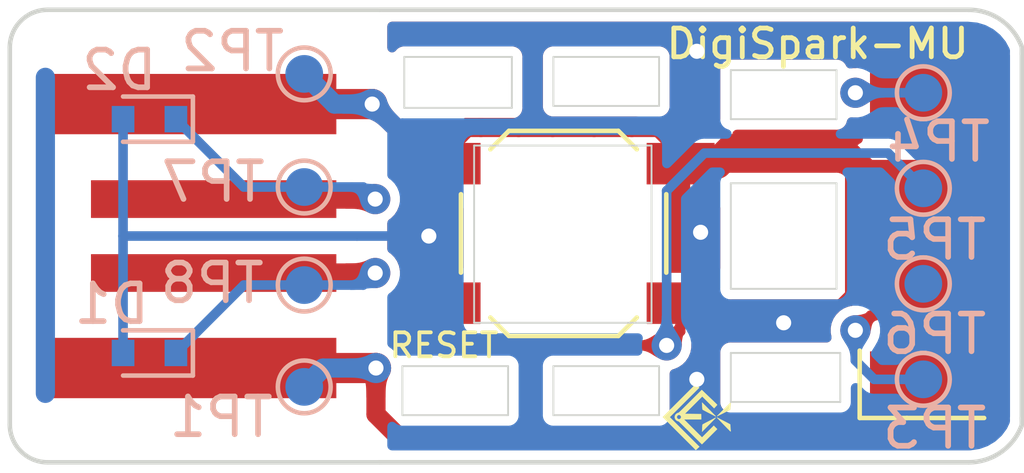
<source format=kicad_pcb>
(kicad_pcb (version 20171130) (host pcbnew "(5.1.9)-1")

  (general
    (thickness 1)
    (drawings 41)
    (tracks 88)
    (zones 0)
    (modules 14)
    (nets 9)
  )

  (page User 200 119.99)
  (title_block
    (title PCB_DigiSpark_MU_U)
    (rev V1.2)
    (company LEXSION.COM)
  )

  (layers
    (0 F.Cu signal)
    (31 B.Cu signal)
    (32 B.Adhes user)
    (33 F.Adhes user)
    (34 B.Paste user)
    (35 F.Paste user)
    (36 B.SilkS user)
    (37 F.SilkS user)
    (38 B.Mask user)
    (39 F.Mask user)
    (40 Dwgs.User user)
    (41 Cmts.User user)
    (42 Eco1.User user)
    (43 Eco2.User user)
    (44 Edge.Cuts user)
    (45 Margin user)
    (46 B.CrtYd user)
    (47 F.CrtYd user)
    (48 B.Fab user hide)
    (49 F.Fab user hide)
  )

  (setup
    (last_trace_width 0.25)
    (user_trace_width 0.1524)
    (user_trace_width 0.2032)
    (user_trace_width 0.254)
    (user_trace_width 0.508)
    (user_trace_width 0.6)
    (user_trace_width 0.8)
    (user_trace_width 1)
    (trace_clearance 0.2)
    (zone_clearance 0.508)
    (zone_45_only no)
    (trace_min 0.1524)
    (via_size 0.8)
    (via_drill 0.4)
    (via_min_size 0.4)
    (via_min_drill 0.3)
    (user_via 0.5 0.3)
    (user_via 0.6 0.35)
    (user_via 0.8 0.4)
    (uvia_size 0.3)
    (uvia_drill 0.1)
    (uvias_allowed no)
    (uvia_min_size 0.2)
    (uvia_min_drill 0.1)
    (edge_width 0.05)
    (segment_width 0.2)
    (pcb_text_width 0.3)
    (pcb_text_size 1.5 1.5)
    (mod_edge_width 0.12)
    (mod_text_size 1 1)
    (mod_text_width 0.15)
    (pad_size 1.524 1.524)
    (pad_drill 0.762)
    (pad_to_mask_clearance 0)
    (aux_axis_origin 0 0)
    (visible_elements 7FFFFFFF)
    (pcbplotparams
      (layerselection 0x010fc_ffffffff)
      (usegerberextensions false)
      (usegerberattributes true)
      (usegerberadvancedattributes true)
      (creategerberjobfile true)
      (excludeedgelayer true)
      (linewidth 0.100000)
      (plotframeref false)
      (viasonmask false)
      (mode 1)
      (useauxorigin false)
      (hpglpennumber 1)
      (hpglpenspeed 20)
      (hpglpendiameter 15.000000)
      (psnegative false)
      (psa4output false)
      (plotreference true)
      (plotvalue true)
      (plotinvisibletext false)
      (padsonsilk false)
      (subtractmaskfromsilk false)
      (outputformat 1)
      (mirror false)
      (drillshape 0)
      (scaleselection 1)
      (outputdirectory "./Gerber"))
  )

  (net 0 "")
  (net 1 GND)
  (net 2 +5V)
  (net 3 /C_D-)
  (net 4 /C_D+)
  (net 5 /USB_D+)
  (net 6 /MOSI)
  (net 7 /RST)
  (net 8 "Net-(TP6-Pad1)")

  (net_class Default "This is the default net class."
    (clearance 0.2)
    (trace_width 0.25)
    (via_dia 0.8)
    (via_drill 0.4)
    (uvia_dia 0.3)
    (uvia_drill 0.1)
    (add_net +5V)
    (add_net /C_D+)
    (add_net /C_D-)
    (add_net /MOSI)
    (add_net /RST)
    (add_net /USB_D+)
    (add_net GND)
    (add_net "Net-(TP6-Pad1)")
  )

  (module Lex_Connector_PCBEdge:Lex_Conn_Edge_2.54-4 (layer F.Cu) (tedit 6178F2B9) (tstamp 6176E79A)
    (at 128.50114 38.49878)
    (descr Lex_Conn_Edge_2.54-4)
    (path /617D0448)
    (attr smd)
    (fp_text reference J2 (at -0.254 0 90 unlocked) (layer F.SilkS) hide
      (effects (font (size 1 1) (thickness 0.15)))
    )
    (fp_text value Conn_01x04 (at -3.064 0 90 unlocked) (layer F.Fab)
      (effects (font (size 1 1) (thickness 0.15)))
    )
    (fp_line (start 3.81 4.826) (end 1.763 4.826) (layer F.SilkS) (width 0.12))
    (fp_line (start 1.763 4.826) (end 0.513 4.826) (layer F.SilkS) (width 0.12))
    (fp_line (start 0.513 4.826) (end 0.513 3.038) (layer F.SilkS) (width 0.12))
    (fp_line (start 4.81 -4.826) (end 4.81 4.826) (layer Edge.Cuts) (width 0.12))
    (pad 4 smd rect (at 2.286 3.81 270) (size 1.5 3) (layers F.Cu F.Paste F.Mask)
      (net 2 +5V))
    (pad 3 smd rect (at 2.286 1.27 270) (size 1.5 3) (layers F.Cu F.Paste F.Mask)
      (net 6 /MOSI))
    (pad 2 smd rect (at 2.286 -1.27 270) (size 1.5 3) (layers F.Cu F.Paste F.Mask)
      (net 1 GND))
    (pad 1 smd rect (at 2.286 -3.81 270) (size 1.5 3) (layers F.Cu F.Paste F.Mask)
      (net 5 /USB_D+))
  )

  (module LOGO:Fish22 (layer F.Cu) (tedit 0) (tstamp 61794DE5)
    (at 124.7 43.3)
    (fp_text reference G*** (at 0 0) (layer F.SilkS) hide
      (effects (font (size 1.524 1.524) (thickness 0.3)))
    )
    (fp_text value LOGO (at 0.75 0) (layer F.SilkS) hide
      (effects (font (size 1.524 1.524) (thickness 0.3)))
    )
    (fp_poly (pts (xy 0.017988 -0.826565) (xy 0.063569 -0.781125) (xy -0.719661 0.002105) (xy -0.327288 0.394496)
      (xy 0.065086 0.786886) (xy 0.035718 0.813893) (xy 0.020312 0.82801) (xy 0.004959 0.841992)
      (xy -0.007696 0.853433) (xy -0.010831 0.856244) (xy -0.028012 0.871587) (xy -0.46379 0.435793)
      (xy -0.899568 0) (xy -0.027594 -0.872006) (xy 0.017988 -0.826565)) (layer F.SilkS) (width 0.01))
    (fp_poly (pts (xy 0.16806 -0.68133) (xy 0.178379 -0.671454) (xy 0.194092 -0.656441) (xy 0.214461 -0.636994)
      (xy 0.23875 -0.613816) (xy 0.266223 -0.587611) (xy 0.296141 -0.559081) (xy 0.327768 -0.528929)
      (xy 0.360368 -0.497858) (xy 0.371486 -0.487264) (xy 0.402799 -0.457339) (xy 0.432181 -0.429093)
      (xy 0.459072 -0.403074) (xy 0.482913 -0.379831) (xy 0.503145 -0.359914) (xy 0.519208 -0.343873)
      (xy 0.530544 -0.332255) (xy 0.536592 -0.32561) (xy 0.537464 -0.324281) (xy 0.534639 -0.319644)
      (xy 0.527014 -0.310172) (xy 0.515661 -0.297127) (xy 0.501655 -0.281772) (xy 0.497455 -0.277283)
      (xy 0.457615 -0.23495) (xy 0.300771 -0.391566) (xy 0.143926 -0.548181) (xy -0.08892 -0.315366)
      (xy -0.321766 -0.08255) (xy -0.104792 -0.080434) (xy 0.112183 -0.078317) (xy 0.113346 -0.009525)
      (xy 0.11451 0.059267) (xy -0.344989 0.059267) (xy -0.10372 0.300563) (xy 0.137548 0.541859)
      (xy 0.293113 0.386336) (xy 0.448679 0.230814) (xy 0.493186 0.275169) (xy 0.537692 0.319524)
      (xy 0.337654 0.519595) (xy 0.303602 0.553623) (xy 0.271313 0.585827) (xy 0.241284 0.615716)
      (xy 0.214012 0.6428) (xy 0.189993 0.666588) (xy 0.169723 0.686588) (xy 0.153699 0.702308)
      (xy 0.142416 0.713259) (xy 0.136372 0.718948) (xy 0.135472 0.719666) (xy 0.132246 0.716737)
      (xy 0.123438 0.708213) (xy 0.10945 0.694493) (xy 0.09068 0.675974) (xy 0.06753 0.653054)
      (xy 0.040401 0.62613) (xy 0.009692 0.595601) (xy -0.024196 0.561863) (xy -0.060863 0.525315)
      (xy -0.099908 0.486354) (xy -0.140931 0.445377) (xy -0.17145 0.414867) (xy -0.223062 0.363292)
      (xy -0.269022 0.317456) (xy -0.309628 0.277072) (xy -0.345175 0.241853) (xy -0.375962 0.211514)
      (xy -0.402283 0.185766) (xy -0.424437 0.164323) (xy -0.442719 0.146898) (xy -0.457426 0.133206)
      (xy -0.468854 0.122958) (xy -0.477301 0.115868) (xy -0.483063 0.111649) (xy -0.486436 0.110015)
      (xy -0.486822 0.109974) (xy -0.505779 0.106219) (xy -0.526177 0.096256) (xy -0.545931 0.081569)
      (xy -0.562954 0.063648) (xy -0.572831 0.048683) (xy -0.579443 0.029568) (xy -0.582288 0.006232)
      (xy -0.582036 -0.000401) (xy -0.529926 -0.000401) (xy -0.526534 0.020204) (xy -0.516803 0.037196)
      (xy -0.502317 0.04969) (xy -0.484658 0.056798) (xy -0.46541 0.057635) (xy -0.446157 0.051312)
      (xy -0.44202 0.048834) (xy -0.426918 0.034425) (xy -0.417929 0.016194) (xy -0.415577 -0.003719)
      (xy -0.420385 -0.023172) (xy -0.423147 -0.028345) (xy -0.437236 -0.044786) (xy -0.454166 -0.054491)
      (xy -0.472405 -0.057862) (xy -0.490426 -0.055298) (xy -0.506696 -0.0472) (xy -0.519688 -0.033969)
      (xy -0.527871 -0.016004) (xy -0.529926 -0.000401) (xy -0.582036 -0.000401) (xy -0.581367 -0.017963)
      (xy -0.576679 -0.039655) (xy -0.572831 -0.048684) (xy -0.559313 -0.068066) (xy -0.541469 -0.085356)
      (xy -0.521386 -0.099066) (xy -0.501151 -0.107708) (xy -0.486844 -0.109974) (xy -0.483869 -0.111172)
      (xy -0.478537 -0.114923) (xy -0.470555 -0.121514) (xy -0.459625 -0.131231) (xy -0.44545 -0.144359)
      (xy -0.427736 -0.161187) (xy -0.406186 -0.181999) (xy -0.380503 -0.207082) (xy -0.350392 -0.236722)
      (xy -0.315556 -0.271205) (xy -0.275699 -0.310819) (xy -0.230525 -0.355849) (xy -0.179737 -0.406581)
      (xy -0.172745 -0.413572) (xy 0.130781 -0.717076) (xy 0.16806 -0.68133)) (layer F.SilkS) (width 0.01))
    (fp_poly (pts (xy 0.483536 0.036422) (xy 0.477194 0.043348) (xy 0.465509 0.055646) (xy 0.449102 0.072679)
      (xy 0.428594 0.093809) (xy 0.404605 0.1184) (xy 0.377757 0.145814) (xy 0.34867 0.175413)
      (xy 0.317967 0.20656) (xy 0.302465 0.22225) (xy 0.139217 0.38735) (xy 0.141471 0.364067)
      (xy 0.142433 0.351638) (xy 0.143585 0.332872) (xy 0.144809 0.309894) (xy 0.145989 0.284827)
      (xy 0.146518 0.272374) (xy 0.147617 0.248989) (xy 0.148853 0.228507) (xy 0.150111 0.212456)
      (xy 0.151278 0.202362) (xy 0.151925 0.199735) (xy 0.156218 0.196791) (xy 0.167097 0.190512)
      (xy 0.183607 0.181414) (xy 0.204794 0.170015) (xy 0.229703 0.156832) (xy 0.257381 0.142382)
      (xy 0.266711 0.137552) (xy 0.29893 0.120894) (xy 0.33219 0.103679) (xy 0.364759 0.086802)
      (xy 0.394906 0.071162) (xy 0.4209 0.057657) (xy 0.440121 0.047646) (xy 0.50136 0.015693)
      (xy 0.483536 0.036422)) (layer F.SilkS) (width 0.01))
    (fp_poly (pts (xy 0.601133 0.047643) (xy 0.625042 0.060046) (xy 0.654428 0.07527) (xy 0.687244 0.092256)
      (xy 0.721442 0.109945) (xy 0.754975 0.127277) (xy 0.7747 0.137464) (xy 0.801997 0.151617)
      (xy 0.826862 0.164621) (xy 0.848289 0.175941) (xy 0.865273 0.185042) (xy 0.876808 0.191391)
      (xy 0.881887 0.19445) (xy 0.881979 0.194531) (xy 0.88344 0.199783) (xy 0.885121 0.211943)
      (xy 0.886855 0.229461) (xy 0.88848 0.250788) (xy 0.889238 0.263065) (xy 0.890686 0.288218)
      (xy 0.892132 0.312747) (xy 0.893434 0.334313) (xy 0.894452 0.350575) (xy 0.894713 0.354542)
      (xy 0.895243 0.368223) (xy 0.894868 0.377772) (xy 0.893804 0.380973) (xy 0.890358 0.378038)
      (xy 0.881652 0.369674) (xy 0.868328 0.356522) (xy 0.851027 0.339225) (xy 0.830391 0.318425)
      (xy 0.80706 0.294764) (xy 0.781676 0.268885) (xy 0.772272 0.259265) (xy 0.743188 0.229471)
      (xy 0.713291 0.198816) (xy 0.683716 0.168466) (xy 0.655598 0.139586) (xy 0.630074 0.113343)
      (xy 0.608277 0.090903) (xy 0.592355 0.074478) (xy 0.531283 0.011372) (xy 0.601133 0.047643)) (layer F.SilkS) (width 0.01))
    (fp_poly (pts (xy 0.14353 -0.379861) (xy 0.152116 -0.3716) (xy 0.165623 -0.358343) (xy 0.183535 -0.340602)
      (xy 0.205336 -0.318891) (xy 0.230512 -0.293723) (xy 0.258548 -0.26561) (xy 0.288928 -0.235067)
      (xy 0.321138 -0.202606) (xy 0.323469 -0.200253) (xy 0.355716 -0.167684) (xy 0.386077 -0.136968)
      (xy 0.414049 -0.108619) (xy 0.439125 -0.083151) (xy 0.4608 -0.06108) (xy 0.47857 -0.042919)
      (xy 0.491929 -0.029183) (xy 0.500371 -0.020386) (xy 0.503393 -0.017044) (xy 0.503386 -0.017027)
      (xy 0.499378 -0.018909) (xy 0.488584 -0.024262) (xy 0.471761 -0.032703) (xy 0.449663 -0.043852)
      (xy 0.423044 -0.057326) (xy 0.392659 -0.072745) (xy 0.359265 -0.089728) (xy 0.328565 -0.105367)
      (xy 0.293076 -0.123552) (xy 0.259906 -0.140725) (xy 0.22982 -0.156478) (xy 0.203585 -0.1704)
      (xy 0.181966 -0.182083) (xy 0.165727 -0.191118) (xy 0.155634 -0.197096) (xy 0.152461 -0.199465)
      (xy 0.151435 -0.204952) (xy 0.150097 -0.217169) (xy 0.148544 -0.234618) (xy 0.146877 -0.255797)
      (xy 0.145194 -0.279207) (xy 0.143594 -0.303347) (xy 0.142176 -0.326718) (xy 0.141039 -0.34782)
      (xy 0.140282 -0.365152) (xy 0.140004 -0.377214) (xy 0.140304 -0.382507) (xy 0.140379 -0.382613)
      (xy 0.14353 -0.379861)) (layer F.SilkS) (width 0.01))
    (fp_poly (pts (xy 0.896288 -0.38359) (xy 0.896434 -0.379168) (xy 0.896041 -0.367792) (xy 0.895207 -0.350947)
      (xy 0.894028 -0.330122) (xy 0.892602 -0.306803) (xy 0.891026 -0.282478) (xy 0.889398 -0.258634)
      (xy 0.887814 -0.23676) (xy 0.886373 -0.218341) (xy 0.88517 -0.204865) (xy 0.884305 -0.19782)
      (xy 0.884096 -0.197146) (xy 0.879983 -0.194932) (xy 0.869222 -0.189387) (xy 0.852736 -0.180978)
      (xy 0.831446 -0.170167) (xy 0.806274 -0.157419) (xy 0.778141 -0.143198) (xy 0.74797 -0.127969)
      (xy 0.716681 -0.112196) (xy 0.685196 -0.096343) (xy 0.654438 -0.080875) (xy 0.625328 -0.066255)
      (xy 0.598787 -0.052947) (xy 0.575737 -0.041417) (xy 0.557101 -0.032129) (xy 0.543799 -0.025546)
      (xy 0.536753 -0.022132) (xy 0.535913 -0.021765) (xy 0.537984 -0.024396) (xy 0.545548 -0.032503)
      (xy 0.558107 -0.045579) (xy 0.575165 -0.063116) (xy 0.596224 -0.084607) (xy 0.620787 -0.109544)
      (xy 0.648357 -0.13742) (xy 0.678436 -0.167728) (xy 0.710526 -0.199961) (xy 0.713131 -0.202573)
      (xy 0.745513 -0.234998) (xy 0.776092 -0.265537) (xy 0.804352 -0.293679) (xy 0.829776 -0.318914)
      (xy 0.851846 -0.34073) (xy 0.870047 -0.358617) (xy 0.883861 -0.372063) (xy 0.892772 -0.380559)
      (xy 0.896262 -0.383593) (xy 0.896288 -0.38359)) (layer F.SilkS) (width 0.01))
  )

  (module Lex_Connector_PCBEdge:PCBUSB_A_Male locked (layer F.Cu) (tedit 61758CCE) (tstamp 6176E78C)
    (at 112.3 38.5 180)
    (path /6175BA71)
    (attr virtual)
    (fp_text reference J1 (at 0 -5) (layer F.SilkS) hide
      (effects (font (size 1 1) (thickness 0.15)))
    )
    (fp_text value USB_A (at -5 0 90) (layer F.Fab)
      (effects (font (size 1 1) (thickness 0.15)))
    )
    (fp_line (start 4.8 6) (end -4 6) (layer Edge.Cuts) (width 0.12))
    (fp_line (start 5.8 -5) (end 5.8 5) (layer Edge.Cuts) (width 0.12))
    (fp_line (start -4 -6) (end 4.8 -6) (layer Edge.Cuts) (width 0.12))
    (fp_line (start -4.2 -6.2) (end 6 -6.2) (layer F.CrtYd) (width 0.12))
    (fp_line (start 6 -6.2) (end 6 6.2) (layer F.CrtYd) (width 0.12))
    (fp_line (start 6 6.2) (end -4.2 6.2) (layer F.CrtYd) (width 0.12))
    (fp_line (start -4.2 6.2) (end -4.2 -6.2) (layer F.CrtYd) (width 0.12))
    (fp_arc (start 4.8 5) (end 4.8 6) (angle -90) (layer Edge.Cuts) (width 0.12))
    (fp_arc (start 4.8 -5) (end 5.8 -5) (angle -90) (layer Edge.Cuts) (width 0.12))
    (pad 1 connect rect (at 1 -3.5 180) (size 7.7 1.6) (layers F.Cu F.Mask)
      (net 2 +5V))
    (pad 4 connect rect (at 1 3.5 180) (size 7.7 1.6) (layers F.Cu F.Mask)
      (net 1 GND))
    (pad 2 connect rect (at 0.4 -0.98 180) (size 6.5 1) (layers F.Cu F.Mask)
      (net 3 /C_D-))
    (pad 3 connect rect (at 0.4 0.98 180) (size 6.5 1) (layers F.Cu F.Mask)
      (net 4 /C_D+))
  )

  (module Button_Switch_SMD:SW_SPST_SKQG_WithStem (layer F.Cu) (tedit 5ABAB6AF) (tstamp 6177CD43)
    (at 121.1707 38.4302 180)
    (descr "ALPS 5.2mm Square Low-profile Type (Surface Mount) SKQG Series, With stem, http://www.alps.com/prod/info/E/HTML/Tact/SurfaceMount/SKQG/SKQGAFE010.html")
    (tags "SPST Button Switch")
    (path /61855366)
    (attr smd)
    (fp_text reference SW1 (at 2.7813 -3.0099) (layer F.SilkS) hide
      (effects (font (size 0.762 0.762) (thickness 0.127)))
    )
    (fp_text value SW_Push (at 0 3.6) (layer F.Fab)
      (effects (font (size 1 1) (thickness 0.15)))
    )
    (fp_line (start -1 -1.3) (end -1 1.3) (layer Dwgs.User) (width 0.05))
    (fp_line (start -4 -0.3) (end -3 -1.3) (layer Dwgs.User) (width 0.05))
    (fp_line (start -2.6 1.3) (end -1 -0.3) (layer Dwgs.User) (width 0.05))
    (fp_line (start -1 -1.3) (end -3.6 1.3) (layer Dwgs.User) (width 0.05))
    (fp_line (start -4 -1.3) (end -1 -1.3) (layer Dwgs.User) (width 0.05))
    (fp_line (start -1 1.3) (end -4 1.3) (layer Dwgs.User) (width 0.05))
    (fp_line (start -4 0.7) (end -2 -1.3) (layer Dwgs.User) (width 0.05))
    (fp_line (start -4 1.3) (end -4 -1.3) (layer Dwgs.User) (width 0.05))
    (fp_line (start -1 0.7) (end -1.6 1.3) (layer Dwgs.User) (width 0.05))
    (fp_line (start 4 0.7) (end 3.4 1.3) (layer Dwgs.User) (width 0.05))
    (fp_line (start 2.4 1.3) (end 4 -0.3) (layer Dwgs.User) (width 0.05))
    (fp_line (start 4 -1.3) (end 1.4 1.3) (layer Dwgs.User) (width 0.05))
    (fp_line (start 1 0.7) (end 3 -1.3) (layer Dwgs.User) (width 0.05))
    (fp_line (start 1 -0.3) (end 2 -1.3) (layer Dwgs.User) (width 0.05))
    (fp_line (start 1 -1.3) (end 4 -1.3) (layer Dwgs.User) (width 0.05))
    (fp_line (start 1 1.3) (end 1 -1.3) (layer Dwgs.User) (width 0.05))
    (fp_line (start 4 1.3) (end 1 1.3) (layer Dwgs.User) (width 0.05))
    (fp_line (start 4 -1.3) (end 4 1.3) (layer Dwgs.User) (width 0.05))
    (fp_line (start 0.95 -1.865) (end 1.865 -0.95) (layer F.Fab) (width 0.1))
    (fp_line (start -0.95 -1.865) (end -1.865 -0.95) (layer F.Fab) (width 0.1))
    (fp_line (start -0.95 1.865) (end -1.865 0.95) (layer F.Fab) (width 0.1))
    (fp_line (start 0.95 1.865) (end 1.865 0.95) (layer F.Fab) (width 0.1))
    (fp_line (start 1.45 2.72) (end 1.94 2.23) (layer F.SilkS) (width 0.12))
    (fp_line (start -1.45 2.72) (end 1.45 2.72) (layer F.SilkS) (width 0.12))
    (fp_line (start -1.45 2.72) (end -1.94 2.23) (layer F.SilkS) (width 0.12))
    (fp_line (start -1.45 -2.72) (end 1.45 -2.72) (layer F.SilkS) (width 0.12))
    (fp_line (start -1.45 -2.72) (end -1.94 -2.23) (layer F.SilkS) (width 0.12))
    (fp_line (start 2.72 1.04) (end 2.72 -1.04) (layer F.SilkS) (width 0.12))
    (fp_circle (center 0 0) (end 1 0) (layer F.Fab) (width 0.1))
    (fp_line (start 1.45 -2.72) (end 1.94 -2.23) (layer F.SilkS) (width 0.12))
    (fp_line (start -2.72 1.04) (end -2.72 -1.04) (layer F.SilkS) (width 0.12))
    (fp_line (start 1.865 -0.95) (end 1.865 0.95) (layer F.Fab) (width 0.1))
    (fp_line (start 0.95 1.865) (end -0.95 1.865) (layer F.Fab) (width 0.1))
    (fp_line (start -1.865 0.95) (end -1.865 -0.95) (layer F.Fab) (width 0.1))
    (fp_line (start -0.95 -1.865) (end 0.95 -1.865) (layer F.Fab) (width 0.1))
    (fp_line (start -4.25 2.85) (end 4.25 2.85) (layer F.CrtYd) (width 0.05))
    (fp_line (start 4.25 2.85) (end 4.25 -2.85) (layer F.CrtYd) (width 0.05))
    (fp_line (start 4.25 -2.85) (end -4.25 -2.85) (layer F.CrtYd) (width 0.05))
    (fp_line (start -4.25 -2.85) (end -4.25 2.85) (layer F.CrtYd) (width 0.05))
    (fp_line (start -1.4 -2.6) (end 1.4 -2.6) (layer F.Fab) (width 0.1))
    (fp_line (start -2.6 -1.4) (end -1.4 -2.6) (layer F.Fab) (width 0.1))
    (fp_line (start -2.6 1.4) (end -2.6 -1.4) (layer F.Fab) (width 0.1))
    (fp_line (start -1.4 2.6) (end -2.6 1.4) (layer F.Fab) (width 0.1))
    (fp_line (start 1.4 2.6) (end -1.4 2.6) (layer F.Fab) (width 0.1))
    (fp_line (start 2.6 1.4) (end 1.4 2.6) (layer F.Fab) (width 0.1))
    (fp_line (start 2.6 -1.4) (end 2.6 1.4) (layer F.Fab) (width 0.1))
    (fp_line (start 1.4 -2.6) (end 2.6 -1.4) (layer F.Fab) (width 0.1))
    (fp_text user "No F.Cu tracks" (at -2.5 0.2) (layer Cmts.User)
      (effects (font (size 0.2 0.2) (thickness 0.03)))
    )
    (fp_text user "KEEP-OUT ZONE" (at -2.5 -0.2) (layer Cmts.User)
      (effects (font (size 0.2 0.2) (thickness 0.03)))
    )
    (fp_text user "KEEP-OUT ZONE" (at 2.5 -0.2) (layer Cmts.User)
      (effects (font (size 0.2 0.2) (thickness 0.03)))
    )
    (fp_text user "No F.Cu tracks" (at 2.5 0.2) (layer Cmts.User)
      (effects (font (size 0.2 0.2) (thickness 0.03)))
    )
    (fp_text user %R (at 0 0) (layer F.Fab)
      (effects (font (size 0.4 0.4) (thickness 0.06)))
    )
    (pad 2 smd rect (at 3.1 1.85 180) (size 1.8 1.1) (layers F.Cu F.Paste F.Mask)
      (net 1 GND))
    (pad 2 smd rect (at -3.1 1.85 180) (size 1.8 1.1) (layers F.Cu F.Paste F.Mask)
      (net 1 GND))
    (pad 1 smd rect (at 3.1 -1.85 180) (size 1.8 1.1) (layers F.Cu F.Paste F.Mask)
      (net 7 /RST))
    (pad 1 smd rect (at -3.1 -1.85 180) (size 1.8 1.1) (layers F.Cu F.Paste F.Mask)
      (net 7 /RST))
    (model ${KISYS3DMOD}/Button_Switch_SMD.3dshapes/SW_SPST_SKQG_WithStem.wrl
      (at (xyz 0 0 0))
      (scale (xyz 1 1 1))
      (rotate (xyz 0 0 0))
    )
  )

  (module TestPoint:TestPoint_Pad_D1.0mm (layer B.Cu) (tedit 5A0F774F) (tstamp 6176E83D)
    (at 114.3 39.8)
    (descr "SMD pad as test Point, diameter 1.0mm")
    (tags "test point SMD pad")
    (path /6178A5F8)
    (attr virtual)
    (fp_text reference TP8 (at -2.4384 -0.0526) (layer B.SilkS)
      (effects (font (size 1 1) (thickness 0.15)) (justify mirror))
    )
    (fp_text value TestPoint_Small (at 0 -1.55) (layer B.Fab)
      (effects (font (size 1 1) (thickness 0.15)) (justify mirror))
    )
    (fp_circle (center 0 0) (end 0 -0.7) (layer B.SilkS) (width 0.12))
    (fp_circle (center 0 0) (end 1 0) (layer B.CrtYd) (width 0.05))
    (fp_text user %R (at 0 1.45) (layer B.Fab)
      (effects (font (size 1 1) (thickness 0.15)) (justify mirror))
    )
    (pad 1 smd circle (at 0 0) (size 1 1) (layers B.Cu B.Mask)
      (net 3 /C_D-))
  )

  (module TestPoint:TestPoint_Pad_D1.0mm (layer B.Cu) (tedit 5A0F774F) (tstamp 6176E835)
    (at 114.3 37.2)
    (descr "SMD pad as test Point, diameter 1.0mm")
    (tags "test point SMD pad")
    (path /6178CFF4)
    (attr virtual)
    (fp_text reference TP7 (at -2.413 -0.138) (layer B.SilkS)
      (effects (font (size 1 1) (thickness 0.15)) (justify mirror))
    )
    (fp_text value TestPoint_Small (at 0 -1.55) (layer B.Fab)
      (effects (font (size 1 1) (thickness 0.15)) (justify mirror))
    )
    (fp_circle (center 0 0) (end 0 -0.7) (layer B.SilkS) (width 0.12))
    (fp_circle (center 0 0) (end 1 0) (layer B.CrtYd) (width 0.05))
    (fp_text user %R (at 0 1.45) (layer B.Fab)
      (effects (font (size 1 1) (thickness 0.15)) (justify mirror))
    )
    (pad 1 smd circle (at 0 0) (size 1 1) (layers B.Cu B.Mask)
      (net 4 /C_D+))
  )

  (module TestPoint:TestPoint_Pad_D1.0mm (layer B.Cu) (tedit 5A0F774F) (tstamp 6176E82D)
    (at 130.7 39.766666)
    (descr "SMD pad as test Point, diameter 1.0mm")
    (tags "test point SMD pad")
    (path /6178D8C4)
    (attr virtual)
    (fp_text reference TP6 (at 0.3 1.333334) (layer B.SilkS)
      (effects (font (size 1 1) (thickness 0.15)) (justify mirror))
    )
    (fp_text value TestPoint_Small (at 0 -1.55) (layer B.Fab)
      (effects (font (size 1 1) (thickness 0.15)) (justify mirror))
    )
    (fp_circle (center 0 0) (end 0 -0.7) (layer B.SilkS) (width 0.12))
    (fp_circle (center 0 0) (end 1 0) (layer B.CrtYd) (width 0.05))
    (fp_text user %R (at 0 1.45) (layer B.Fab)
      (effects (font (size 1 1) (thickness 0.15)) (justify mirror))
    )
    (pad 1 smd circle (at 0 0) (size 1 1) (layers B.Cu B.Mask)
      (net 8 "Net-(TP6-Pad1)"))
  )

  (module TestPoint:TestPoint_Pad_D1.0mm (layer B.Cu) (tedit 5A0F774F) (tstamp 6176E825)
    (at 130.7 37.233333)
    (descr "SMD pad as test Point, diameter 1.0mm")
    (tags "test point SMD pad")
    (path /6178D703)
    (attr virtual)
    (fp_text reference TP5 (at 0.3 1.366667) (layer B.SilkS)
      (effects (font (size 1 1) (thickness 0.15)) (justify mirror))
    )
    (fp_text value TestPoint_Small (at 0 -1.55) (layer B.Fab)
      (effects (font (size 1 1) (thickness 0.15)) (justify mirror))
    )
    (fp_circle (center 0 0) (end 0 -0.7) (layer B.SilkS) (width 0.12))
    (fp_circle (center 0 0) (end 1 0) (layer B.CrtYd) (width 0.05))
    (fp_text user %R (at 0 1.45) (layer B.Fab)
      (effects (font (size 1 1) (thickness 0.15)) (justify mirror))
    )
    (pad 1 smd circle (at 0 0) (size 1 1) (layers B.Cu B.Mask)
      (net 7 /RST))
  )

  (module TestPoint:TestPoint_Pad_D1.0mm (layer B.Cu) (tedit 5A0F774F) (tstamp 6176E81D)
    (at 130.7 34.7)
    (descr "SMD pad as test Point, diameter 1.0mm")
    (tags "test point SMD pad")
    (path /6178D45E)
    (attr virtual)
    (fp_text reference TP4 (at 0.4 1.3) (layer B.SilkS)
      (effects (font (size 1 1) (thickness 0.15)) (justify mirror))
    )
    (fp_text value TestPoint_Small (at 0 -1.55) (layer B.Fab)
      (effects (font (size 1 1) (thickness 0.15)) (justify mirror))
    )
    (fp_circle (center 0 0) (end 0 -0.7) (layer B.SilkS) (width 0.12))
    (fp_circle (center 0 0) (end 1 0) (layer B.CrtYd) (width 0.05))
    (fp_text user %R (at 0 1.45) (layer B.Fab)
      (effects (font (size 1 1) (thickness 0.15)) (justify mirror))
    )
    (pad 1 smd circle (at 0 0) (size 1 1) (layers B.Cu B.Mask)
      (net 5 /USB_D+))
  )

  (module TestPoint:TestPoint_Pad_D1.0mm (layer B.Cu) (tedit 5A0F774F) (tstamp 6176E815)
    (at 130.7 42.3)
    (descr "SMD pad as test Point, diameter 1.0mm")
    (tags "test point SMD pad")
    (path /6178D329)
    (attr virtual)
    (fp_text reference TP3 (at 0.3 1.3) (layer B.SilkS)
      (effects (font (size 1.016 1) (thickness 0.1524)) (justify mirror))
    )
    (fp_text value TestPoint_Small (at 0 -1.55) (layer B.Fab)
      (effects (font (size 1 1) (thickness 0.15)) (justify mirror))
    )
    (fp_circle (center 0 0) (end 0 -0.7) (layer B.SilkS) (width 0.12))
    (fp_circle (center 0 0) (end 1 0) (layer B.CrtYd) (width 0.05))
    (fp_text user %R (at 0 1.45) (layer B.Fab)
      (effects (font (size 1 1) (thickness 0.15)) (justify mirror))
    )
    (pad 1 smd circle (at 0 0) (size 1 1) (layers B.Cu B.Mask)
      (net 6 /MOSI))
  )

  (module TestPoint:TestPoint_Pad_D1.0mm (layer B.Cu) (tedit 5A0F774F) (tstamp 6176E80D)
    (at 114.3 34.2)
    (descr "SMD pad as test Point, diameter 1.0mm")
    (tags "test point SMD pad")
    (path /6178D1BF)
    (attr virtual)
    (fp_text reference TP2 (at -1.9 -0.6) (layer B.SilkS)
      (effects (font (size 1 1) (thickness 0.15)) (justify mirror))
    )
    (fp_text value TestPoint_Small (at 0 -1.55) (layer B.Fab)
      (effects (font (size 1 1) (thickness 0.15)) (justify mirror))
    )
    (fp_circle (center 0 0) (end 0 -0.7) (layer B.SilkS) (width 0.12))
    (fp_circle (center 0 0) (end 1 0) (layer B.CrtYd) (width 0.05))
    (fp_text user %R (at 0 1.45) (layer B.Fab)
      (effects (font (size 1 1) (thickness 0.15)) (justify mirror))
    )
    (pad 1 smd circle (at 0 0) (size 1 1) (layers B.Cu B.Mask)
      (net 1 GND))
  )

  (module TestPoint:TestPoint_Pad_D1.0mm (layer B.Cu) (tedit 5A0F774F) (tstamp 6176E805)
    (at 114.3 42.5)
    (descr "SMD pad as test Point, diameter 1.0mm")
    (tags "test point SMD pad")
    (path /6178D107)
    (attr virtual)
    (fp_text reference TP1 (at -2.2 0.8) (layer B.SilkS)
      (effects (font (size 1 1) (thickness 0.15)) (justify mirror))
    )
    (fp_text value TestPoint_Small (at 0 -1.55) (layer B.Fab)
      (effects (font (size 1 1) (thickness 0.15)) (justify mirror))
    )
    (fp_circle (center 0 0) (end 0 -0.7) (layer B.SilkS) (width 0.12))
    (fp_circle (center 0 0) (end 1 0) (layer B.CrtYd) (width 0.05))
    (fp_text user %R (at 0 1.45) (layer B.Fab)
      (effects (font (size 1 1) (thickness 0.15)) (justify mirror))
    )
    (pad 1 smd circle (at 0 0) (size 1 1) (layers B.Cu B.Mask)
      (net 2 +5V))
  )

  (module Diode_SMD:D_SOD-523 locked (layer B.Cu) (tedit 586419F0) (tstamp 6176E755)
    (at 110.2 35.4 180)
    (descr "http://www.diodes.com/datasheets/ap02001.pdf p.144")
    (tags "Diode SOD523")
    (path /6177939B)
    (attr smd)
    (fp_text reference D2 (at 0.8 1.3) (layer B.SilkS)
      (effects (font (size 1 1) (thickness 0.15)) (justify mirror))
    )
    (fp_text value DZ2S036X0L (at 0 -1.4) (layer B.Fab)
      (effects (font (size 1 1) (thickness 0.15)) (justify mirror))
    )
    (fp_line (start 0.7 -0.6) (end -1.15 -0.6) (layer B.SilkS) (width 0.12))
    (fp_line (start 0.7 0.6) (end -1.15 0.6) (layer B.SilkS) (width 0.12))
    (fp_line (start 0.65 -0.45) (end -0.65 -0.45) (layer B.Fab) (width 0.1))
    (fp_line (start -0.65 -0.45) (end -0.65 0.45) (layer B.Fab) (width 0.1))
    (fp_line (start -0.65 0.45) (end 0.65 0.45) (layer B.Fab) (width 0.1))
    (fp_line (start 0.65 0.45) (end 0.65 -0.45) (layer B.Fab) (width 0.1))
    (fp_line (start -0.2 -0.2) (end -0.2 0.2) (layer B.Fab) (width 0.1))
    (fp_line (start -0.2 0) (end -0.35 0) (layer B.Fab) (width 0.1))
    (fp_line (start -0.2 0) (end 0.1 -0.2) (layer B.Fab) (width 0.1))
    (fp_line (start 0.1 -0.2) (end 0.1 0.2) (layer B.Fab) (width 0.1))
    (fp_line (start 0.1 0.2) (end -0.2 0) (layer B.Fab) (width 0.1))
    (fp_line (start 0.1 0) (end 0.25 0) (layer B.Fab) (width 0.1))
    (fp_line (start 1.25 -0.7) (end -1.25 -0.7) (layer B.CrtYd) (width 0.05))
    (fp_line (start -1.25 -0.7) (end -1.25 0.7) (layer B.CrtYd) (width 0.05))
    (fp_line (start -1.25 0.7) (end 1.25 0.7) (layer B.CrtYd) (width 0.05))
    (fp_line (start 1.25 0.7) (end 1.25 -0.7) (layer B.CrtYd) (width 0.05))
    (fp_line (start -1.15 0.6) (end -1.15 -0.6) (layer B.SilkS) (width 0.12))
    (fp_text user %R (at 0 1.3) (layer B.Fab)
      (effects (font (size 1 1) (thickness 0.15)) (justify mirror))
    )
    (pad 1 smd rect (at -0.7 0) (size 0.6 0.7) (layers B.Cu B.Paste B.Mask)
      (net 4 /C_D+))
    (pad 2 smd rect (at 0.7 0) (size 0.6 0.7) (layers B.Cu B.Paste B.Mask)
      (net 1 GND))
    (model ${KISYS3DMOD}/Diode_SMD.3dshapes/D_SOD-523.wrl
      (at (xyz 0 0 0))
      (scale (xyz 1 1 1))
      (rotate (xyz 0 0 0))
    )
  )

  (module Diode_SMD:D_SOD-523 locked (layer B.Cu) (tedit 586419F0) (tstamp 6176E73D)
    (at 110.2 41.6 180)
    (descr "http://www.diodes.com/datasheets/ap02001.pdf p.144")
    (tags "Diode SOD523")
    (path /61773051)
    (attr smd)
    (fp_text reference D1 (at 1 1.3) (layer B.SilkS)
      (effects (font (size 1 1) (thickness 0.15)) (justify mirror))
    )
    (fp_text value DZ2S036X0L (at 0 -1.4) (layer B.Fab)
      (effects (font (size 1 1) (thickness 0.15)) (justify mirror))
    )
    (fp_line (start 0.7 -0.6) (end -1.15 -0.6) (layer B.SilkS) (width 0.12))
    (fp_line (start 0.7 0.6) (end -1.15 0.6) (layer B.SilkS) (width 0.12))
    (fp_line (start 0.65 -0.45) (end -0.65 -0.45) (layer B.Fab) (width 0.1))
    (fp_line (start -0.65 -0.45) (end -0.65 0.45) (layer B.Fab) (width 0.1))
    (fp_line (start -0.65 0.45) (end 0.65 0.45) (layer B.Fab) (width 0.1))
    (fp_line (start 0.65 0.45) (end 0.65 -0.45) (layer B.Fab) (width 0.1))
    (fp_line (start -0.2 -0.2) (end -0.2 0.2) (layer B.Fab) (width 0.1))
    (fp_line (start -0.2 0) (end -0.35 0) (layer B.Fab) (width 0.1))
    (fp_line (start -0.2 0) (end 0.1 -0.2) (layer B.Fab) (width 0.1))
    (fp_line (start 0.1 -0.2) (end 0.1 0.2) (layer B.Fab) (width 0.1))
    (fp_line (start 0.1 0.2) (end -0.2 0) (layer B.Fab) (width 0.1))
    (fp_line (start 0.1 0) (end 0.25 0) (layer B.Fab) (width 0.1))
    (fp_line (start 1.25 -0.7) (end -1.25 -0.7) (layer B.CrtYd) (width 0.05))
    (fp_line (start -1.25 -0.7) (end -1.25 0.7) (layer B.CrtYd) (width 0.05))
    (fp_line (start -1.25 0.7) (end 1.25 0.7) (layer B.CrtYd) (width 0.05))
    (fp_line (start 1.25 0.7) (end 1.25 -0.7) (layer B.CrtYd) (width 0.05))
    (fp_line (start -1.15 0.6) (end -1.15 -0.6) (layer B.SilkS) (width 0.12))
    (fp_text user %R (at 0 1.3) (layer B.Fab)
      (effects (font (size 1 1) (thickness 0.15)) (justify mirror))
    )
    (pad 1 smd rect (at -0.7 0) (size 0.6 0.7) (layers B.Cu B.Paste B.Mask)
      (net 3 /C_D-))
    (pad 2 smd rect (at 0.7 0) (size 0.6 0.7) (layers B.Cu B.Paste B.Mask)
      (net 1 GND))
    (model ${KISYS3DMOD}/Diode_SMD.3dshapes/D_SOD-523.wrl
      (at (xyz 0 0 0))
      (scale (xyz 1 1 1))
      (rotate (xyz 0 0 0))
    )
  )

  (gr_text RESET (at 118 41.4) (layer F.SilkS)
    (effects (font (size 0.635 0.635) (thickness 0.1016)))
  )
  (gr_text DigiSpark-MU (at 127.9 33.4) (layer F.SilkS)
    (effects (font (size 0.762 0.762) (thickness 0.127)))
  )
  (gr_line (start 120.9 35.05) (end 120.9 33.75) (layer Edge.Cuts) (width 0.05) (tstamp 61783270))
  (gr_line (start 123.7 35.05) (end 120.9 35.05) (layer Edge.Cuts) (width 0.05))
  (gr_line (start 123.7 33.75) (end 123.7 35.05) (layer Edge.Cuts) (width 0.05))
  (gr_line (start 120.9 33.75) (end 123.7 33.75) (layer Edge.Cuts) (width 0.05))
  (gr_line (start 116.95 35.1) (end 116.95 33.75) (layer Edge.Cuts) (width 0.05) (tstamp 61783257))
  (gr_line (start 119.8 35.1) (end 116.95 35.1) (layer Edge.Cuts) (width 0.05))
  (gr_line (start 119.8 33.75) (end 119.8 35.1) (layer Edge.Cuts) (width 0.05))
  (gr_line (start 116.95 33.75) (end 119.8 33.75) (layer Edge.Cuts) (width 0.05))
  (gr_line (start 120.9 43.25) (end 120.9 41.95) (layer Edge.Cuts) (width 0.05) (tstamp 6178323B))
  (gr_line (start 123.7 43.25) (end 120.9 43.25) (layer Edge.Cuts) (width 0.05))
  (gr_line (start 123.7 41.95) (end 123.7 43.25) (layer Edge.Cuts) (width 0.05))
  (gr_line (start 120.9 41.95) (end 123.7 41.95) (layer Edge.Cuts) (width 0.05))
  (gr_line (start 116.9 41.95) (end 119.7 41.95) (layer Edge.Cuts) (width 0.05) (tstamp 61783215))
  (gr_line (start 116.9 43.25) (end 116.9 41.95) (layer Edge.Cuts) (width 0.05))
  (gr_line (start 119.7 43.25) (end 116.9 43.25) (layer Edge.Cuts) (width 0.05))
  (gr_line (start 119.7 41.95) (end 119.7 43.25) (layer Edge.Cuts) (width 0.05))
  (gr_line (start 125.6 34.1) (end 125.6 35.4) (layer Edge.Cuts) (width 0.05) (tstamp 617831ED))
  (gr_line (start 128.4 34.1) (end 125.6 34.1) (layer Edge.Cuts) (width 0.05))
  (gr_line (start 128.4 35.4) (end 128.4 34.1) (layer Edge.Cuts) (width 0.05))
  (gr_line (start 125.6 35.4) (end 128.4 35.4) (layer Edge.Cuts) (width 0.05))
  (gr_line (start 125.6 39.9) (end 125.6 37.1) (layer Edge.Cuts) (width 0.05) (tstamp 617831A2))
  (gr_line (start 128.4 39.9) (end 125.6 39.9) (layer Edge.Cuts) (width 0.05))
  (gr_line (start 128.4 37.1) (end 128.4 39.9) (layer Edge.Cuts) (width 0.05))
  (gr_line (start 125.6 37.1) (end 128.4 37.1) (layer Edge.Cuts) (width 0.05))
  (gr_line (start 125.6 42.9) (end 125.6 41.6) (layer Edge.Cuts) (width 0.05) (tstamp 61783185))
  (gr_line (start 128.5 42.9) (end 125.6 42.9) (layer Edge.Cuts) (width 0.05))
  (gr_line (start 128.5 41.6) (end 128.5 42.9) (layer Edge.Cuts) (width 0.05))
  (gr_line (start 125.6 41.6) (end 128.5 41.6) (layer Edge.Cuts) (width 0.05))
  (gr_line (start 118.8 40.8) (end 118.8 36.1) (layer Edge.Cuts) (width 0.05) (tstamp 6178314A))
  (gr_line (start 123.5 40.8) (end 118.8 40.8) (layer Edge.Cuts) (width 0.05))
  (gr_line (start 123.5 36.1) (end 123.5 40.8) (layer Edge.Cuts) (width 0.05))
  (gr_line (start 118.8 36.1) (end 123.5 36.1) (layer Edge.Cuts) (width 0.05))
  (gr_poly (pts (xy 107.95 42.926) (xy 106.934 42.926) (xy 106.934 34.036) (xy 107.95 34.036)) (layer B.Mask) (width 0.1))
  (gr_line (start 133.31 43.326) (end 133.312613 43.504505) (layer Edge.Cuts) (width 0.12192) (tstamp 617791C9))
  (gr_line (start 133.31 33.674) (end 133.312613 33.495495) (layer Edge.Cuts) (width 0.12192) (tstamp 617791B6))
  (gr_arc (start 131.9 34) (end 131.9 32.5) (angle 70.3) (layer Edge.Cuts) (width 0.12192) (tstamp 61779189))
  (gr_arc (start 131.9 43) (end 131.9 44.5) (angle -70.3) (layer Edge.Cuts) (width 0.12192))
  (gr_line (start 116.3 44.5) (end 131.9 44.5) (layer Edge.Cuts) (width 0.12192))
  (gr_line (start 116.3 32.5) (end 131.9 32.5) (layer Edge.Cuts) (width 0.12192))

  (segment (start 107.442 34.29) (end 107.442 42.672) (width 0.508) (layer B.Cu) (net 0))
  (segment (start 111.3 35) (end 116.1 35) (width 0.8) (layer F.Cu) (net 1))
  (segment (start 116.1 35) (end 116.1 35) (width 0.8) (layer F.Cu) (net 1) (tstamp 6178E656))
  (via (at 116.1 35) (size 0.8) (drill 0.4) (layers F.Cu B.Cu) (net 1))
  (segment (start 115.1 35) (end 114.3 34.2) (width 0.508) (layer B.Cu) (net 1))
  (segment (start 116.1 35) (end 115.1 35) (width 0.508) (layer B.Cu) (net 1))
  (segment (start 124.2707 36.193278) (end 124.2707 36.5802) (width 0.508) (layer F.Cu) (net 1))
  (segment (start 123.698412 35.62099) (end 124.2707 36.193278) (width 0.508) (layer F.Cu) (net 1))
  (segment (start 118.601588 35.62099) (end 118.97901 35.62099) (width 0.508) (layer F.Cu) (net 1))
  (segment (start 118.0707 36.5802) (end 118.0707 36.151878) (width 0.508) (layer F.Cu) (net 1))
  (segment (start 116.911289 35.811289) (end 118.411289 35.811289) (width 0.508) (layer F.Cu) (net 1))
  (segment (start 116.1 35) (end 116.911289 35.811289) (width 0.508) (layer F.Cu) (net 1))
  (segment (start 118.411289 35.811289) (end 118.601588 35.62099) (width 0.508) (layer F.Cu) (net 1))
  (segment (start 118.0707 36.151878) (end 118.411289 35.811289) (width 0.508) (layer F.Cu) (net 1))
  (segment (start 116.1 35) (end 117.4 36.3) (width 0.508) (layer B.Cu) (net 1))
  (segment (start 117.4 36.3) (end 117.4 38) (width 0.508) (layer B.Cu) (net 1))
  (segment (start 117.4 38) (end 116.9 38.5) (width 0.508) (layer B.Cu) (net 1))
  (segment (start 115.7 38.5) (end 116.9 38.5) (width 0.254) (layer B.Cu) (net 1))
  (segment (start 109.5 38.5) (end 115.7 38.5) (width 0.254) (layer B.Cu) (net 1))
  (segment (start 109.5 35.4) (end 109.5 38.5) (width 0.254) (layer B.Cu) (net 1))
  (segment (start 109.5 38.5) (end 109.5 41.6) (width 0.254) (layer B.Cu) (net 1))
  (segment (start 125.235903 36.5802) (end 125.616103 36.2) (width 0.8) (layer F.Cu) (net 1))
  (segment (start 124.2707 36.5802) (end 125.235903 36.5802) (width 0.8) (layer F.Cu) (net 1))
  (segment (start 125.616103 36.2) (end 128.5 36.2) (width 0.8) (layer F.Cu) (net 1))
  (segment (start 129.52878 37.22878) (end 130.78714 37.22878) (width 0.8) (layer F.Cu) (net 1))
  (segment (start 128.5 36.2) (end 129.52878 37.22878) (width 0.8) (layer F.Cu) (net 1))
  (segment (start 121.97901 35.62099) (end 122.97901 35.62099) (width 0.508) (layer F.Cu) (net 1) (tstamp 6178EF0F))
  (segment (start 120.87901 35.62099) (end 121.97901 35.62099) (width 0.508) (layer F.Cu) (net 1) (tstamp 6178EF11))
  (via (at 124.7 42.3) (size 0.8) (drill 0.4) (layers F.Cu B.Cu) (net 1))
  (segment (start 119.97901 35.62099) (end 120.87901 35.62099) (width 0.508) (layer F.Cu) (net 1) (tstamp 6178EF13))
  (via (at 124.8 38.4) (size 0.8) (drill 0.4) (layers F.Cu B.Cu) (net 1))
  (segment (start 118.97901 35.62099) (end 119.97901 35.62099) (width 0.508) (layer F.Cu) (net 1) (tstamp 6178EF15))
  (via (at 127 40.8) (size 0.8) (drill 0.4) (layers F.Cu B.Cu) (net 1))
  (segment (start 122.97901 35.62099) (end 123.698412 35.62099) (width 0.508) (layer F.Cu) (net 1) (tstamp 6178EF17))
  (via (at 124.7 33.6) (size 0.8) (drill 0.4) (layers F.Cu B.Cu) (net 1))
  (segment (start 128.75201 36.45201) (end 128.5 36.2) (width 0.254) (layer F.Cu) (net 1))
  (segment (start 128.75201 40.045807) (end 128.75201 36.45201) (width 0.254) (layer F.Cu) (net 1))
  (segment (start 127.997817 40.8) (end 128.75201 40.045807) (width 0.254) (layer F.Cu) (net 1))
  (segment (start 127 40.8) (end 127.997817 40.8) (width 0.254) (layer F.Cu) (net 1))
  (via (at 117.6 38.5) (size 0.8) (drill 0.4) (layers F.Cu B.Cu) (net 1))
  (segment (start 111.3 42) (end 116.2 42) (width 0.8) (layer F.Cu) (net 2))
  (segment (start 116.2 42) (end 116.2 42) (width 0.8) (layer F.Cu) (net 2) (tstamp 6178E658))
  (via (at 116.2 42) (size 0.8) (drill 0.4) (layers F.Cu B.Cu) (net 2))
  (segment (start 114.8 42) (end 114.3 42.5) (width 0.508) (layer B.Cu) (net 2))
  (segment (start 116.2 42) (end 114.8 42) (width 0.508) (layer B.Cu) (net 2))
  (segment (start 116.2 43.227422) (end 116.772578 43.8) (width 0.508) (layer F.Cu) (net 2))
  (segment (start 116.2 42) (end 116.2 43.227422) (width 0.508) (layer F.Cu) (net 2))
  (segment (start 116.772578 43.8) (end 128.6 43.8) (width 0.508) (layer F.Cu) (net 2))
  (segment (start 130.09122 42.30878) (end 130.78714 42.30878) (width 0.508) (layer F.Cu) (net 2))
  (segment (start 128.6 43.8) (end 130.09122 42.30878) (width 0.508) (layer F.Cu) (net 2))
  (segment (start 111.9 39.48) (end 116.18 39.48) (width 0.508) (layer F.Cu) (net 3))
  (segment (start 116.18 39.48) (end 116.18 39.48) (width 0.508) (layer F.Cu) (net 3) (tstamp 6178E694))
  (via (at 116.18 39.48) (size 0.8) (drill 0.4) (layers F.Cu B.Cu) (net 3))
  (segment (start 112.7 39.8) (end 110.9 41.6) (width 0.254) (layer B.Cu) (net 3))
  (segment (start 114.3 39.8) (end 112.7 39.8) (width 0.254) (layer B.Cu) (net 3))
  (segment (start 115.86 39.8) (end 116.18 39.48) (width 0.254) (layer B.Cu) (net 3))
  (segment (start 114.3 39.8) (end 115.86 39.8) (width 0.254) (layer B.Cu) (net 3))
  (segment (start 111.9 37.52) (end 116.18 37.52) (width 0.508) (layer F.Cu) (net 4))
  (segment (start 116.18 37.52) (end 116.18 37.52) (width 0.508) (layer F.Cu) (net 4) (tstamp 6178E692))
  (via (at 116.18 37.52) (size 0.8) (drill 0.4) (layers F.Cu B.Cu) (net 4))
  (segment (start 112.7 37.2) (end 110.9 35.4) (width 0.254) (layer B.Cu) (net 4))
  (segment (start 114.3 37.2) (end 112.7 37.2) (width 0.254) (layer B.Cu) (net 4))
  (segment (start 115.86 37.2) (end 116.18 37.52) (width 0.254) (layer B.Cu) (net 4))
  (segment (start 114.3 37.2) (end 115.86 37.2) (width 0.254) (layer B.Cu) (net 4))
  (segment (start 130.7 34.7) (end 128.9 34.7) (width 0.254) (layer B.Cu) (net 5))
  (segment (start 128.9 34.7) (end 128.8 34.7) (width 0.254) (layer B.Cu) (net 5) (tstamp 6178E964))
  (via (at 128.9 34.7) (size 0.8) (drill 0.4) (layers F.Cu B.Cu) (net 5))
  (segment (start 130.77592 34.7) (end 130.78714 34.68878) (width 0.254) (layer F.Cu) (net 5))
  (segment (start 128.9 34.7) (end 130.77592 34.7) (width 0.254) (layer F.Cu) (net 5))
  (segment (start 130.78714 39.76878) (end 130.03122 39.76878) (width 0.254) (layer F.Cu) (net 6))
  (via (at 128.9 41) (size 0.8) (drill 0.4) (layers F.Cu B.Cu) (net 6))
  (segment (start 128.9 41.8) (end 128.9 41) (width 0.254) (layer B.Cu) (net 6))
  (segment (start 129.4 42.3) (end 128.9 41.8) (width 0.254) (layer B.Cu) (net 6))
  (segment (start 130.7 42.3) (end 129.4 42.3) (width 0.254) (layer B.Cu) (net 6))
  (segment (start 128.9 41) (end 129.3 40.6) (width 0.254) (layer F.Cu) (net 6))
  (segment (start 129.95592 40.6) (end 130.78714 39.76878) (width 0.254) (layer F.Cu) (net 6))
  (segment (start 129.3 40.6) (end 129.95592 40.6) (width 0.254) (layer F.Cu) (net 6))
  (segment (start 118.0707 40.2802) (end 118.0707 41.0707) (width 0.254) (layer F.Cu) (net 7))
  (segment (start 118.0707 41.0707) (end 118.4 41.4) (width 0.254) (layer F.Cu) (net 7))
  (segment (start 118.4 41.4) (end 123.9 41.4) (width 0.254) (layer F.Cu) (net 7))
  (segment (start 124.2707 41.0293) (end 124.2707 40.2802) (width 0.254) (layer F.Cu) (net 7))
  (segment (start 123.9 41.4) (end 124.2707 41.0293) (width 0.254) (layer F.Cu) (net 7))
  (segment (start 123.9 41.4) (end 123.9 41.4) (width 0.254) (layer F.Cu) (net 7) (tstamp 6178E8B2))
  (via (at 123.9 41.4) (size 0.8) (drill 0.4) (layers F.Cu B.Cu) (net 7))
  (segment (start 129.766667 36.3) (end 130.7 37.233333) (width 0.254) (layer B.Cu) (net 7))
  (segment (start 123.9 37.3) (end 124.9 36.3) (width 0.254) (layer B.Cu) (net 7))
  (segment (start 124.9 36.3) (end 129.766667 36.3) (width 0.254) (layer B.Cu) (net 7))
  (segment (start 123.9 41.4) (end 123.9 37.3) (width 0.254) (layer B.Cu) (net 7))

  (zone (net 1) (net_name GND) (layer F.Cu) (tstamp 617953D7) (hatch edge 0.508)
    (connect_pads (clearance 0.254))
    (min_thickness 0.254)
    (fill yes (arc_segments 32) (thermal_gap 0.508) (thermal_bridge_width 0.508))
    (polygon
      (pts
        (xy 129.1 44.5) (xy 116.5 44.5) (xy 116.5 32.5) (xy 129.1 32.5)
      )
    )
    (filled_polygon
      (pts
        (xy 128.835955 38.429965) (xy 128.932646 38.509317) (xy 128.973 38.530887) (xy 128.973 38.800988) (xy 128.968818 38.806084)
        (xy 128.933439 38.872272) (xy 128.911653 38.944091) (xy 128.904297 39.01878) (xy 128.904297 40.218384) (xy 128.891115 40.219)
        (xy 128.823078 40.219) (xy 128.672191 40.249013) (xy 128.530058 40.307887) (xy 128.402141 40.393358) (xy 128.293358 40.502141)
        (xy 128.207887 40.630058) (xy 128.149013 40.772191) (xy 128.119 40.923078) (xy 128.119 41.076922) (xy 128.142288 41.194)
        (xy 125.619941 41.194) (xy 125.6 41.192036) (xy 125.58006 41.194) (xy 125.580059 41.194) (xy 125.52041 41.199875)
        (xy 125.443879 41.22309) (xy 125.373347 41.26079) (xy 125.311526 41.311526) (xy 125.26079 41.373347) (xy 125.22309 41.443879)
        (xy 125.199875 41.52041) (xy 125.192036 41.6) (xy 125.194001 41.619951) (xy 125.194 42.880059) (xy 125.192036 42.9)
        (xy 125.199875 42.97959) (xy 125.22309 43.056121) (xy 125.26079 43.126653) (xy 125.273384 43.141998) (xy 125.292261 43.165)
        (xy 124.106 43.165) (xy 124.106 42.155325) (xy 124.127809 42.150987) (xy 124.269942 42.092113) (xy 124.397859 42.006642)
        (xy 124.506642 41.897859) (xy 124.592113 41.769942) (xy 124.650987 41.627809) (xy 124.681 41.476922) (xy 124.681 41.406722)
        (xy 124.682976 41.351049) (xy 124.686024 41.323991) (xy 124.695129 41.312896) (xy 124.731946 41.244016) (xy 124.742301 41.224643)
        (xy 124.74582 41.213043) (xy 125.1707 41.213043) (xy 125.245389 41.205687) (xy 125.317208 41.183901) (xy 125.383396 41.148522)
        (xy 125.441411 41.100911) (xy 125.489022 41.042896) (xy 125.524401 40.976708) (xy 125.546187 40.904889) (xy 125.553543 40.8302)
        (xy 125.553543 40.303388) (xy 125.6 40.307964) (xy 125.61994 40.306) (xy 128.38006 40.306) (xy 128.4 40.307964)
        (xy 128.47959 40.300125) (xy 128.556121 40.27691) (xy 128.626653 40.23921) (xy 128.688474 40.188474) (xy 128.73921 40.126653)
        (xy 128.77691 40.056121) (xy 128.800125 39.97959) (xy 128.806 39.919941) (xy 128.806 39.91994) (xy 128.807964 39.9)
        (xy 128.806 39.880059) (xy 128.806 38.393465)
      )
    )
    (filled_polygon
      (pts
        (xy 118.1977 36.4532) (xy 118.394001 36.4532) (xy 118.394001 36.7072) (xy 118.1977 36.7072) (xy 118.1977 37.60645)
        (xy 118.35645 37.7652) (xy 118.394001 37.765388) (xy 118.394 39.347357) (xy 117.1707 39.347357) (xy 117.096011 39.354713)
        (xy 117.024192 39.376499) (xy 116.961 39.410277) (xy 116.961 39.403078) (xy 116.930987 39.252191) (xy 116.872113 39.110058)
        (xy 116.786642 38.982141) (xy 116.677859 38.873358) (xy 116.627 38.839375) (xy 116.627 38.160625) (xy 116.677859 38.126642)
        (xy 116.786642 38.017859) (xy 116.872113 37.889942) (xy 116.930987 37.747809) (xy 116.936005 37.722579) (xy 117.046218 37.756012)
        (xy 117.1707 37.768272) (xy 117.78495 37.7652) (xy 117.9437 37.60645) (xy 117.9437 36.7072) (xy 117.9237 36.7072)
        (xy 117.9237 36.4532) (xy 117.9437 36.4532) (xy 117.9437 36.4332) (xy 118.1977 36.4332)
      )
    )
    (filled_polygon
      (pts
        (xy 128.973 33.720988) (xy 128.968818 33.726084) (xy 128.933439 33.792272) (xy 128.911653 33.864091) (xy 128.906245 33.919)
        (xy 128.823078 33.919) (xy 128.769327 33.929692) (xy 128.73921 33.873347) (xy 128.688474 33.811526) (xy 128.626653 33.76079)
        (xy 128.556121 33.72309) (xy 128.47959 33.699875) (xy 128.419941 33.694) (xy 128.4 33.692036) (xy 128.38006 33.694)
        (xy 125.61994 33.694) (xy 125.6 33.692036) (xy 125.580059 33.694) (xy 125.52041 33.699875) (xy 125.443879 33.72309)
        (xy 125.373347 33.76079) (xy 125.311526 33.811526) (xy 125.26079 33.873347) (xy 125.22309 33.943879) (xy 125.199875 34.02041)
        (xy 125.192036 34.1) (xy 125.194 34.119941) (xy 125.194001 35.380049) (xy 125.192599 35.394285) (xy 125.1707 35.392128)
        (xy 124.55645 35.3952) (xy 124.3977 35.55395) (xy 124.3977 36.4532) (xy 125.64695 36.4532) (xy 125.8057 36.29445)
        (xy 125.808772 36.0302) (xy 125.796512 35.905718) (xy 125.766263 35.806) (xy 128.380059 35.806) (xy 128.4 35.807964)
        (xy 128.41994 35.806) (xy 128.419941 35.806) (xy 128.47959 35.800125) (xy 128.556121 35.77691) (xy 128.626653 35.73921)
        (xy 128.688474 35.688474) (xy 128.73921 35.626653) (xy 128.77691 35.556121) (xy 128.800125 35.47959) (xy 128.80043 35.476495)
        (xy 128.823078 35.481) (xy 128.908455 35.481) (xy 128.911653 35.513469) (xy 128.933439 35.585288) (xy 128.968818 35.651476)
        (xy 128.973 35.656572) (xy 128.973 35.926673) (xy 128.932646 35.948243) (xy 128.835955 36.027595) (xy 128.756603 36.124286)
        (xy 128.697638 36.2346) (xy 128.661328 36.354298) (xy 128.649068 36.47878) (xy 128.651067 36.780826) (xy 128.626653 36.76079)
        (xy 128.556121 36.72309) (xy 128.47959 36.699875) (xy 128.419941 36.694) (xy 128.41994 36.694) (xy 128.4 36.692036)
        (xy 128.380059 36.694) (xy 125.619941 36.694) (xy 125.6 36.692036) (xy 125.58006 36.694) (xy 125.580059 36.694)
        (xy 125.52041 36.699875) (xy 125.496262 36.7072) (xy 124.3977 36.7072) (xy 124.3977 37.60645) (xy 124.55645 37.7652)
        (xy 125.1707 37.768272) (xy 125.194001 37.765977) (xy 125.194 39.349652) (xy 125.1707 39.347357) (xy 123.906 39.347357)
        (xy 123.906 37.765595) (xy 123.98495 37.7652) (xy 124.1437 37.60645) (xy 124.1437 36.7072) (xy 123.906 36.7072)
        (xy 123.906 36.4532) (xy 124.1437 36.4532) (xy 124.1437 35.55395) (xy 123.98495 35.3952) (xy 123.916091 35.394856)
        (xy 123.926653 35.38921) (xy 123.988474 35.338474) (xy 124.03921 35.276653) (xy 124.07691 35.206121) (xy 124.100125 35.12959)
        (xy 124.106 35.069941) (xy 124.106 35.06994) (xy 124.107964 35.05) (xy 124.106 35.030059) (xy 124.106 33.769941)
        (xy 124.107964 33.75) (xy 124.100125 33.67041) (xy 124.07691 33.593879) (xy 124.03921 33.523347) (xy 123.988474 33.461526)
        (xy 123.926653 33.41079) (xy 123.856121 33.37309) (xy 123.77959 33.349875) (xy 123.719941 33.344) (xy 123.71994 33.344)
        (xy 123.7 33.342036) (xy 123.680059 33.344) (xy 120.919941 33.344) (xy 120.9 33.342036) (xy 120.88006 33.344)
        (xy 120.880059 33.344) (xy 120.82041 33.349875) (xy 120.743879 33.37309) (xy 120.673347 33.41079) (xy 120.611526 33.461526)
        (xy 120.56079 33.523347) (xy 120.52309 33.593879) (xy 120.499875 33.67041) (xy 120.492036 33.75) (xy 120.494001 33.769951)
        (xy 120.494 35.030059) (xy 120.492036 35.05) (xy 120.499875 35.12959) (xy 120.52309 35.206121) (xy 120.56079 35.276653)
        (xy 120.596701 35.32041) (xy 120.611526 35.338474) (xy 120.673347 35.38921) (xy 120.743879 35.42691) (xy 120.82041 35.450125)
        (xy 120.9 35.457964) (xy 120.91994 35.456) (xy 123.097892 35.456) (xy 123.016206 35.499663) (xy 122.919515 35.579015)
        (xy 122.840163 35.675706) (xy 122.830384 35.694) (xy 119.511016 35.694) (xy 119.501237 35.675706) (xy 119.421885 35.579015)
        (xy 119.332916 35.506) (xy 119.78006 35.506) (xy 119.8 35.507964) (xy 119.87959 35.500125) (xy 119.956121 35.47691)
        (xy 120.026653 35.43921) (xy 120.088474 35.388474) (xy 120.13921 35.326653) (xy 120.17691 35.256121) (xy 120.200125 35.17959)
        (xy 120.206 35.119941) (xy 120.206 35.11994) (xy 120.207964 35.1) (xy 120.206 35.080059) (xy 120.206 33.769941)
        (xy 120.207964 33.75) (xy 120.200125 33.67041) (xy 120.17691 33.593879) (xy 120.13921 33.523347) (xy 120.088474 33.461526)
        (xy 120.026653 33.41079) (xy 119.956121 33.37309) (xy 119.87959 33.349875) (xy 119.819941 33.344) (xy 119.81994 33.344)
        (xy 119.8 33.342036) (xy 119.780059 33.344) (xy 116.969941 33.344) (xy 116.95 33.342036) (xy 116.93006 33.344)
        (xy 116.930059 33.344) (xy 116.87041 33.349875) (xy 116.793879 33.37309) (xy 116.723347 33.41079) (xy 116.661526 33.461526)
        (xy 116.627 33.503595) (xy 116.627 32.94196) (xy 128.973 32.94196)
      )
    )
  )
  (zone (net 1) (net_name GND) (layer B.Cu) (tstamp 617953D4) (hatch edge 0.508)
    (connect_pads (clearance 0.254))
    (min_thickness 0.254)
    (fill yes (arc_segments 32) (thermal_gap 0.508) (thermal_bridge_width 0.508))
    (polygon
      (pts
        (xy 133.3 33.4) (xy 133.3 43.5) (xy 132.1 44.5) (xy 116.5 44.3) (xy 116.5 32.5)
        (xy 131.9 32.5)
      )
    )
    (filled_polygon
      (pts
        (xy 132.105097 32.964189) (xy 132.302383 33.023754) (xy 132.484336 33.1205) (xy 132.644037 33.250749) (xy 132.775397 33.409537)
        (xy 132.869322 33.583246) (xy 132.86777 33.689236) (xy 132.87014 33.717541) (xy 132.870141 43.282447) (xy 132.86777 43.310764)
        (xy 132.869203 43.408655) (xy 132.806047 43.542263) (xy 132.683469 43.707916) (xy 132.531045 43.846611) (xy 132.354586 43.953058)
        (xy 132.16081 44.023204) (xy 131.941559 44.056754) (xy 131.894032 44.05804) (xy 116.627 44.05804) (xy 116.627 43.551173)
        (xy 116.673347 43.58921) (xy 116.743879 43.62691) (xy 116.82041 43.650125) (xy 116.9 43.657964) (xy 116.91994 43.656)
        (xy 119.68006 43.656) (xy 119.7 43.657964) (xy 119.77959 43.650125) (xy 119.856121 43.62691) (xy 119.926653 43.58921)
        (xy 119.988474 43.538474) (xy 120.03921 43.476653) (xy 120.07691 43.406121) (xy 120.100125 43.32959) (xy 120.106 43.269941)
        (xy 120.106 43.26994) (xy 120.107964 43.25) (xy 120.106 43.230059) (xy 120.106 41.969941) (xy 120.107964 41.95)
        (xy 120.100125 41.87041) (xy 120.07691 41.793879) (xy 120.03921 41.723347) (xy 119.988474 41.661526) (xy 119.926653 41.61079)
        (xy 119.856121 41.57309) (xy 119.77959 41.549875) (xy 119.719941 41.544) (xy 119.71994 41.544) (xy 119.7 41.542036)
        (xy 119.680059 41.544) (xy 116.919941 41.544) (xy 116.9 41.542036) (xy 116.88006 41.544) (xy 116.880059 41.544)
        (xy 116.837417 41.5482) (xy 116.806642 41.502141) (xy 116.697859 41.393358) (xy 116.627 41.346012) (xy 116.627 40.120625)
        (xy 116.677859 40.086642) (xy 116.786642 39.977859) (xy 116.872113 39.849942) (xy 116.930987 39.707809) (xy 116.961 39.556922)
        (xy 116.961 39.403078) (xy 116.930987 39.252191) (xy 116.872113 39.110058) (xy 116.786642 38.982141) (xy 116.677859 38.873358)
        (xy 116.627 38.839375) (xy 116.627 38.160625) (xy 116.677859 38.126642) (xy 116.786642 38.017859) (xy 116.872113 37.889942)
        (xy 116.930987 37.747809) (xy 116.961 37.596922) (xy 116.961 37.443078) (xy 116.930987 37.292191) (xy 116.872113 37.150058)
        (xy 116.786642 37.022141) (xy 116.677859 36.913358) (xy 116.627 36.879375) (xy 116.627 36.1) (xy 118.392036 36.1)
        (xy 118.394001 36.119951) (xy 118.394 40.780059) (xy 118.392036 40.8) (xy 118.399875 40.87959) (xy 118.42309 40.956121)
        (xy 118.46079 41.026653) (xy 118.511526 41.088474) (xy 118.573347 41.13921) (xy 118.643879 41.17691) (xy 118.72041 41.200125)
        (xy 118.8 41.207964) (xy 118.81994 41.206) (xy 123.142288 41.206) (xy 123.119 41.323078) (xy 123.119 41.476922)
        (xy 123.132343 41.544) (xy 120.919941 41.544) (xy 120.9 41.542036) (xy 120.88006 41.544) (xy 120.880059 41.544)
        (xy 120.82041 41.549875) (xy 120.743879 41.57309) (xy 120.673347 41.61079) (xy 120.611526 41.661526) (xy 120.56079 41.723347)
        (xy 120.52309 41.793879) (xy 120.499875 41.87041) (xy 120.492036 41.95) (xy 120.494001 41.969951) (xy 120.494 43.230059)
        (xy 120.492036 43.25) (xy 120.499875 43.32959) (xy 120.52309 43.406121) (xy 120.56079 43.476653) (xy 120.586044 43.507424)
        (xy 120.611526 43.538474) (xy 120.673347 43.58921) (xy 120.743879 43.62691) (xy 120.82041 43.650125) (xy 120.9 43.657964)
        (xy 120.91994 43.656) (xy 123.68006 43.656) (xy 123.7 43.657964) (xy 123.77959 43.650125) (xy 123.856121 43.62691)
        (xy 123.926653 43.58921) (xy 123.988474 43.538474) (xy 124.03921 43.476653) (xy 124.07691 43.406121) (xy 124.100125 43.32959)
        (xy 124.106 43.269941) (xy 124.106 43.26994) (xy 124.107964 43.25) (xy 124.106 43.230059) (xy 124.106 42.155325)
        (xy 124.127809 42.150987) (xy 124.269942 42.092113) (xy 124.397859 42.006642) (xy 124.506642 41.897859) (xy 124.592113 41.769942)
        (xy 124.650987 41.627809) (xy 124.656518 41.6) (xy 125.192036 41.6) (xy 125.194001 41.619951) (xy 125.194 42.880059)
        (xy 125.192036 42.9) (xy 125.199875 42.97959) (xy 125.22309 43.056121) (xy 125.26079 43.126653) (xy 125.281767 43.152213)
        (xy 125.311526 43.188474) (xy 125.373347 43.23921) (xy 125.443879 43.27691) (xy 125.52041 43.300125) (xy 125.6 43.307964)
        (xy 125.61994 43.306) (xy 128.48006 43.306) (xy 128.5 43.307964) (xy 128.57959 43.300125) (xy 128.656121 43.27691)
        (xy 128.726653 43.23921) (xy 128.788474 43.188474) (xy 128.83921 43.126653) (xy 128.87691 43.056121) (xy 128.900125 42.97959)
        (xy 128.906 42.919941) (xy 128.906 42.91994) (xy 128.907964 42.9) (xy 128.906 42.880059) (xy 128.906 42.52442)
        (xy 129.023145 42.641565) (xy 129.039052 42.660948) (xy 129.116405 42.724429) (xy 129.204657 42.771601) (xy 129.300415 42.800649)
        (xy 129.375053 42.808) (xy 129.375056 42.808) (xy 129.4 42.810457) (xy 129.424944 42.808) (xy 129.979865 42.808)
        (xy 130.015682 42.861605) (xy 130.138395 42.984318) (xy 130.28269 43.080732) (xy 130.443022 43.147144) (xy 130.613229 43.181)
        (xy 130.786771 43.181) (xy 130.956978 43.147144) (xy 131.11731 43.080732) (xy 131.261605 42.984318) (xy 131.384318 42.861605)
        (xy 131.480732 42.71731) (xy 131.547144 42.556978) (xy 131.581 42.386771) (xy 131.581 42.213229) (xy 131.547144 42.043022)
        (xy 131.480732 41.88269) (xy 131.384318 41.738395) (xy 131.261605 41.615682) (xy 131.11731 41.519268) (xy 130.956978 41.452856)
        (xy 130.786771 41.419) (xy 130.613229 41.419) (xy 130.443022 41.452856) (xy 130.28269 41.519268) (xy 130.138395 41.615682)
        (xy 130.015682 41.738395) (xy 129.979865 41.792) (xy 129.61042 41.792) (xy 129.440257 41.621837) (xy 129.452042 41.60124)
        (xy 129.478476 41.559006) (xy 129.511551 41.506252) (xy 129.51753 41.496386) (xy 129.552503 41.43666) (xy 129.561772 41.419876)
        (xy 129.57237 41.39949) (xy 129.592113 41.369942) (xy 129.650987 41.227809) (xy 129.681 41.076922) (xy 129.681 40.923078)
        (xy 129.650987 40.772191) (xy 129.592113 40.630058) (xy 129.506642 40.502141) (xy 129.397859 40.393358) (xy 129.269942 40.307887)
        (xy 129.127809 40.249013) (xy 128.976922 40.219) (xy 128.823078 40.219) (xy 128.672191 40.249013) (xy 128.530058 40.307887)
        (xy 128.402141 40.393358) (xy 128.293358 40.502141) (xy 128.207887 40.630058) (xy 128.149013 40.772191) (xy 128.119 40.923078)
        (xy 128.119 41.076922) (xy 128.142288 41.194) (xy 125.619941 41.194) (xy 125.6 41.192036) (xy 125.58006 41.194)
        (xy 125.580059 41.194) (xy 125.52041 41.199875) (xy 125.443879 41.22309) (xy 125.373347 41.26079) (xy 125.311526 41.311526)
        (xy 125.26079 41.373347) (xy 125.22309 41.443879) (xy 125.199875 41.52041) (xy 125.192036 41.6) (xy 124.656518 41.6)
        (xy 124.681 41.476922) (xy 124.681 41.323078) (xy 124.650987 41.172191) (xy 124.592113 41.030058) (xy 124.572374 41.000516)
        (xy 124.561773 40.980124) (xy 124.552503 40.963339) (xy 124.51753 40.903613) (xy 124.511551 40.893747) (xy 124.478476 40.840993)
        (xy 124.452042 40.798759) (xy 124.435635 40.770084) (xy 124.426652 40.751102) (xy 124.420779 40.734371) (xy 124.415265 40.710303)
        (xy 124.410394 40.670453) (xy 124.408 40.603213) (xy 124.408 37.51042) (xy 125.11042 36.808) (xy 125.315822 36.808)
        (xy 125.311526 36.811526) (xy 125.26079 36.873347) (xy 125.22309 36.943879) (xy 125.199875 37.02041) (xy 125.192036 37.1)
        (xy 125.194001 37.119951) (xy 125.194 39.880059) (xy 125.192036 39.9) (xy 125.199875 39.97959) (xy 125.22309 40.056121)
        (xy 125.26079 40.126653) (xy 125.288935 40.160947) (xy 125.311526 40.188474) (xy 125.373347 40.23921) (xy 125.443879 40.27691)
        (xy 125.52041 40.300125) (xy 125.6 40.307964) (xy 125.61994 40.306) (xy 128.38006 40.306) (xy 128.4 40.307964)
        (xy 128.47959 40.300125) (xy 128.556121 40.27691) (xy 128.626653 40.23921) (xy 128.688474 40.188474) (xy 128.73921 40.126653)
        (xy 128.77691 40.056121) (xy 128.800125 39.97959) (xy 128.806 39.919941) (xy 128.806 39.91994) (xy 128.807964 39.9)
        (xy 128.806 39.880059) (xy 128.806 39.679895) (xy 129.819 39.679895) (xy 129.819 39.853437) (xy 129.852856 40.023644)
        (xy 129.919268 40.183976) (xy 130.015682 40.328271) (xy 130.138395 40.450984) (xy 130.28269 40.547398) (xy 130.443022 40.61381)
        (xy 130.613229 40.647666) (xy 130.786771 40.647666) (xy 130.956978 40.61381) (xy 131.11731 40.547398) (xy 131.261605 40.450984)
        (xy 131.384318 40.328271) (xy 131.480732 40.183976) (xy 131.547144 40.023644) (xy 131.581 39.853437) (xy 131.581 39.679895)
        (xy 131.547144 39.509688) (xy 131.480732 39.349356) (xy 131.384318 39.205061) (xy 131.261605 39.082348) (xy 131.11731 38.985934)
        (xy 130.956978 38.919522) (xy 130.786771 38.885666) (xy 130.613229 38.885666) (xy 130.443022 38.919522) (xy 130.28269 38.985934)
        (xy 130.138395 39.082348) (xy 130.015682 39.205061) (xy 129.919268 39.349356) (xy 129.852856 39.509688) (xy 129.819 39.679895)
        (xy 128.806 39.679895) (xy 128.806 37.119941) (xy 128.807964 37.1) (xy 128.800125 37.02041) (xy 128.77691 36.943879)
        (xy 128.73921 36.873347) (xy 128.688474 36.811526) (xy 128.684178 36.808) (xy 129.556247 36.808) (xy 129.831577 37.083331)
        (xy 129.819 37.146562) (xy 129.819 37.320104) (xy 129.852856 37.490311) (xy 129.919268 37.650643) (xy 130.015682 37.794938)
        (xy 130.138395 37.917651) (xy 130.28269 38.014065) (xy 130.443022 38.080477) (xy 130.613229 38.114333) (xy 130.786771 38.114333)
        (xy 130.956978 38.080477) (xy 131.11731 38.014065) (xy 131.261605 37.917651) (xy 131.384318 37.794938) (xy 131.480732 37.650643)
        (xy 131.547144 37.490311) (xy 131.581 37.320104) (xy 131.581 37.146562) (xy 131.547144 36.976355) (xy 131.480732 36.816023)
        (xy 131.384318 36.671728) (xy 131.261605 36.549015) (xy 131.11731 36.452601) (xy 130.956978 36.386189) (xy 130.786771 36.352333)
        (xy 130.613229 36.352333) (xy 130.549998 36.36491) (xy 130.143522 35.958435) (xy 130.127615 35.939052) (xy 130.050262 35.875571)
        (xy 129.96201 35.828399) (xy 129.866252 35.799351) (xy 129.791614 35.792) (xy 129.791611 35.792) (xy 129.766667 35.789543)
        (xy 129.741723 35.792) (xy 128.506375 35.792) (xy 128.556121 35.77691) (xy 128.626653 35.73921) (xy 128.688474 35.688474)
        (xy 128.73921 35.626653) (xy 128.77691 35.556121) (xy 128.800125 35.47959) (xy 128.80043 35.476495) (xy 128.823078 35.481)
        (xy 128.976922 35.481) (xy 129.127809 35.450987) (xy 129.269942 35.392113) (xy 129.29949 35.37237) (xy 129.319876 35.361772)
        (xy 129.33666 35.352503) (xy 129.396386 35.31753) (xy 129.406252 35.311551) (xy 129.459006 35.278476) (xy 129.50124 35.252042)
        (xy 129.529915 35.235635) (xy 129.548897 35.226652) (xy 129.565628 35.220779) (xy 129.589696 35.215265) (xy 129.629547 35.210394)
        (xy 129.696786 35.208) (xy 129.979865 35.208) (xy 130.015682 35.261605) (xy 130.138395 35.384318) (xy 130.28269 35.480732)
        (xy 130.443022 35.547144) (xy 130.613229 35.581) (xy 130.786771 35.581) (xy 130.956978 35.547144) (xy 131.11731 35.480732)
        (xy 131.261605 35.384318) (xy 131.384318 35.261605) (xy 131.480732 35.11731) (xy 131.547144 34.956978) (xy 131.581 34.786771)
        (xy 131.581 34.613229) (xy 131.547144 34.443022) (xy 131.480732 34.28269) (xy 131.384318 34.138395) (xy 131.261605 34.015682)
        (xy 131.11731 33.919268) (xy 130.956978 33.852856) (xy 130.786771 33.819) (xy 130.613229 33.819) (xy 130.443022 33.852856)
        (xy 130.28269 33.919268) (xy 130.138395 34.015682) (xy 130.015682 34.138395) (xy 129.979865 34.192) (xy 129.696793 34.192)
        (xy 129.629547 34.189605) (xy 129.589696 34.184734) (xy 129.565628 34.17922) (xy 129.548897 34.173347) (xy 129.529915 34.164364)
        (xy 129.50124 34.147957) (xy 129.459006 34.121523) (xy 129.406252 34.088448) (xy 129.396386 34.082469) (xy 129.33666 34.047496)
        (xy 129.319873 34.038225) (xy 129.299482 34.027625) (xy 129.269942 34.007887) (xy 129.127809 33.949013) (xy 128.976922 33.919)
        (xy 128.823078 33.919) (xy 128.769327 33.929692) (xy 128.73921 33.873347) (xy 128.688474 33.811526) (xy 128.626653 33.76079)
        (xy 128.556121 33.72309) (xy 128.47959 33.699875) (xy 128.419941 33.694) (xy 128.4 33.692036) (xy 128.38006 33.694)
        (xy 125.61994 33.694) (xy 125.6 33.692036) (xy 125.580059 33.694) (xy 125.52041 33.699875) (xy 125.443879 33.72309)
        (xy 125.373347 33.76079) (xy 125.311526 33.811526) (xy 125.26079 33.873347) (xy 125.22309 33.943879) (xy 125.199875 34.02041)
        (xy 125.192036 34.1) (xy 125.194 34.119941) (xy 125.194001 35.380049) (xy 125.192036 35.4) (xy 125.199875 35.47959)
        (xy 125.22309 35.556121) (xy 125.26079 35.626653) (xy 125.311526 35.688474) (xy 125.373347 35.73921) (xy 125.443879 35.77691)
        (xy 125.493625 35.792) (xy 124.924944 35.792) (xy 124.9 35.789543) (xy 124.875056 35.792) (xy 124.875053 35.792)
        (xy 124.800415 35.799351) (xy 124.704657 35.828399) (xy 124.616405 35.875571) (xy 124.539052 35.939052) (xy 124.523145 35.958435)
        (xy 123.906 36.57558) (xy 123.906 36.119941) (xy 123.907964 36.1) (xy 123.900125 36.02041) (xy 123.87691 35.943879)
        (xy 123.83921 35.873347) (xy 123.788474 35.811526) (xy 123.726653 35.76079) (xy 123.656121 35.72309) (xy 123.57959 35.699875)
        (xy 123.519941 35.694) (xy 123.51994 35.694) (xy 123.5 35.692036) (xy 123.480059 35.694) (xy 118.819941 35.694)
        (xy 118.8 35.692036) (xy 118.78006 35.694) (xy 118.780059 35.694) (xy 118.72041 35.699875) (xy 118.643879 35.72309)
        (xy 118.573347 35.76079) (xy 118.511526 35.811526) (xy 118.46079 35.873347) (xy 118.42309 35.943879) (xy 118.399875 36.02041)
        (xy 118.392036 36.1) (xy 116.627 36.1) (xy 116.627 35.769832) (xy 116.894349 35.502483) (xy 116.95 35.507964)
        (xy 116.96994 35.506) (xy 119.78006 35.506) (xy 119.8 35.507964) (xy 119.87959 35.500125) (xy 119.956121 35.47691)
        (xy 120.026653 35.43921) (xy 120.088474 35.388474) (xy 120.13921 35.326653) (xy 120.17691 35.256121) (xy 120.200125 35.17959)
        (xy 120.206 35.119941) (xy 120.206 35.11994) (xy 120.207964 35.1) (xy 120.206 35.080059) (xy 120.206 33.769941)
        (xy 120.207964 33.75) (xy 120.492036 33.75) (xy 120.494001 33.769951) (xy 120.494 35.030059) (xy 120.492036 35.05)
        (xy 120.499875 35.12959) (xy 120.52309 35.206121) (xy 120.56079 35.276653) (xy 120.596701 35.32041) (xy 120.611526 35.338474)
        (xy 120.673347 35.38921) (xy 120.743879 35.42691) (xy 120.82041 35.450125) (xy 120.9 35.457964) (xy 120.91994 35.456)
        (xy 123.68006 35.456) (xy 123.7 35.457964) (xy 123.77959 35.450125) (xy 123.856121 35.42691) (xy 123.926653 35.38921)
        (xy 123.988474 35.338474) (xy 124.03921 35.276653) (xy 124.07691 35.206121) (xy 124.100125 35.12959) (xy 124.106 35.069941)
        (xy 124.106 35.06994) (xy 124.107964 35.05) (xy 124.106 35.030059) (xy 124.106 33.769941) (xy 124.107964 33.75)
        (xy 124.100125 33.67041) (xy 124.07691 33.593879) (xy 124.03921 33.523347) (xy 123.988474 33.461526) (xy 123.926653 33.41079)
        (xy 123.856121 33.37309) (xy 123.77959 33.349875) (xy 123.719941 33.344) (xy 123.71994 33.344) (xy 123.7 33.342036)
        (xy 123.680059 33.344) (xy 120.919941 33.344) (xy 120.9 33.342036) (xy 120.88006 33.344) (xy 120.880059 33.344)
        (xy 120.82041 33.349875) (xy 120.743879 33.37309) (xy 120.673347 33.41079) (xy 120.611526 33.461526) (xy 120.56079 33.523347)
        (xy 120.52309 33.593879) (xy 120.499875 33.67041) (xy 120.492036 33.75) (xy 120.207964 33.75) (xy 120.200125 33.67041)
        (xy 120.17691 33.593879) (xy 120.13921 33.523347) (xy 120.088474 33.461526) (xy 120.026653 33.41079) (xy 119.956121 33.37309)
        (xy 119.87959 33.349875) (xy 119.819941 33.344) (xy 119.81994 33.344) (xy 119.8 33.342036) (xy 119.780059 33.344)
        (xy 116.969941 33.344) (xy 116.95 33.342036) (xy 116.93006 33.344) (xy 116.930059 33.344) (xy 116.87041 33.349875)
        (xy 116.793879 33.37309) (xy 116.723347 33.41079) (xy 116.661526 33.461526) (xy 116.627 33.503595) (xy 116.627 32.94196)
        (xy 131.878382 32.94196)
      )
    )
  )
  (zone (net 1) (net_name GND) (layer B.Cu) (tstamp 617953D1) (hatch edge 0.508)
    (priority 16962)
    (connect_pads yes (clearance 0.2))
    (min_thickness 0.0254)
    (fill yes (arc_segments 32) (thermal_gap 0.508) (thermal_bridge_width 0.508))
    (polygon
      (pts
        (xy 115.31 35.254) (xy 115.397628 35.254299) (xy 115.474376 35.255534) (xy 115.542151 35.258213) (xy 115.602862 35.262843)
        (xy 115.658417 35.269931) (xy 115.710724 35.279985) (xy 115.761692 35.293511) (xy 115.813229 35.311018) (xy 115.867244 35.333011)
        (xy 115.925645 35.36) (xy 116.3 35) (xy 115.925645 34.64) (xy 115.867244 34.666988) (xy 115.813229 34.688981)
        (xy 115.761692 34.706488) (xy 115.710724 34.720014) (xy 115.658417 34.730068) (xy 115.602862 34.737156) (xy 115.542151 34.741786)
        (xy 115.474376 34.744465) (xy 115.397628 34.7457) (xy 115.31 34.746)
      )
    )
    (filled_polygon
      (pts
        (xy 116.281678 35) (xy 115.923096 35.344832) (xy 115.872572 35.321483) (xy 115.872033 35.321249) (xy 115.818018 35.299256)
        (xy 115.817314 35.298993) (xy 115.765777 35.281486) (xy 115.76495 35.281236) (xy 115.713982 35.26771) (xy 115.713121 35.267513)
        (xy 115.660814 35.257459) (xy 115.660024 35.257333) (xy 115.604469 35.250245) (xy 115.603828 35.25018) (xy 115.543117 35.24555)
        (xy 115.542653 35.245523) (xy 115.474878 35.242844) (xy 115.47458 35.242836) (xy 115.397832 35.241601) (xy 115.397671 35.241599)
        (xy 115.3227 35.241343) (xy 115.3227 34.758657) (xy 115.397671 34.7584) (xy 115.397832 34.758398) (xy 115.47458 34.757163)
        (xy 115.474878 34.757155) (xy 115.542653 34.754476) (xy 115.543117 34.754449) (xy 115.603828 34.749819) (xy 115.604469 34.749754)
        (xy 115.660024 34.742666) (xy 115.660814 34.74254) (xy 115.713121 34.732486) (xy 115.713982 34.732289) (xy 115.76495 34.718763)
        (xy 115.765777 34.718513) (xy 115.817314 34.701006) (xy 115.818018 34.700743) (xy 115.872033 34.67875) (xy 115.872572 34.678517)
        (xy 115.923097 34.655169)
      )
    )
  )
  (zone (net 1) (net_name GND) (layer F.Cu) (tstamp 617953CE) (hatch edge 0.508)
    (priority 16962)
    (connect_pads yes (clearance 0.2))
    (min_thickness 0.0254)
    (fill yes (arc_segments 32) (thermal_gap 0.508) (thermal_bridge_width 0.508))
    (polygon
      (pts
        (xy 116.838218 35.379008) (xy 116.776466 35.316833) (xy 116.723071 35.261691) (xy 116.677041 35.211873) (xy 116.637386 35.16567)
        (xy 116.603115 35.121375) (xy 116.573238 35.077279) (xy 116.546762 35.031675) (xy 116.522699 34.982854) (xy 116.500057 34.929108)
        (xy 116.477846 34.86873) (xy 115.958579 34.858579) (xy 115.96873 35.377846) (xy 116.029108 35.400057) (xy 116.082854 35.422699)
        (xy 116.131675 35.446762) (xy 116.177279 35.473238) (xy 116.221375 35.503115) (xy 116.26567 35.537386) (xy 116.311873 35.577041)
        (xy 116.361691 35.623071) (xy 116.416833 35.676466) (xy 116.479008 35.738218)
      )
    )
    (filled_polygon
      (pts
        (xy 116.468923 34.881258) (xy 116.488138 34.933493) (xy 116.488353 34.934039) (xy 116.510995 34.987785) (xy 116.511308 34.988469)
        (xy 116.535371 35.03729) (xy 116.535779 35.038051) (xy 116.562255 35.083655) (xy 116.562724 35.084403) (xy 116.592601 35.128499)
        (xy 116.59307 35.129146) (xy 116.627341 35.173441) (xy 116.627749 35.173941) (xy 116.667404 35.220144) (xy 116.667713 35.220492)
        (xy 116.713743 35.27031) (xy 116.713947 35.270526) (xy 116.767342 35.325668) (xy 116.767455 35.325783) (xy 116.820288 35.378978)
        (xy 116.478978 35.720288) (xy 116.425783 35.667455) (xy 116.425668 35.667342) (xy 116.370526 35.613947) (xy 116.37031 35.613743)
        (xy 116.320492 35.567713) (xy 116.320144 35.567404) (xy 116.273941 35.527749) (xy 116.273441 35.527341) (xy 116.229146 35.49307)
        (xy 116.228499 35.492601) (xy 116.184403 35.462724) (xy 116.183655 35.462255) (xy 116.138051 35.435779) (xy 116.13729 35.435371)
        (xy 116.088469 35.411308) (xy 116.087785 35.410995) (xy 116.034039 35.388353) (xy 116.033493 35.388138) (xy 115.981258 35.368923)
        (xy 115.971535 34.871535)
      )
    )
  )
  (zone (net 1) (net_name GND) (layer B.Cu) (tstamp 617953CB) (hatch edge 0.508)
    (priority 16962)
    (connect_pads yes (clearance 0.2))
    (min_thickness 0.0254)
    (fill yes (arc_segments 32) (thermal_gap 0.508) (thermal_bridge_width 0.508))
    (polygon
      (pts
        (xy 116.838218 35.379008) (xy 116.776466 35.316833) (xy 116.723071 35.261691) (xy 116.677041 35.211873) (xy 116.637386 35.16567)
        (xy 116.603115 35.121375) (xy 116.573238 35.077279) (xy 116.546762 35.031675) (xy 116.522699 34.982854) (xy 116.500057 34.929108)
        (xy 116.477846 34.86873) (xy 115.958579 34.858579) (xy 115.96873 35.377846) (xy 116.029108 35.400057) (xy 116.082854 35.422699)
        (xy 116.131675 35.446762) (xy 116.177279 35.473238) (xy 116.221375 35.503115) (xy 116.26567 35.537386) (xy 116.311873 35.577041)
        (xy 116.361691 35.623071) (xy 116.416833 35.676466) (xy 116.479008 35.738218)
      )
    )
    (filled_polygon
      (pts
        (xy 116.468923 34.881258) (xy 116.488138 34.933493) (xy 116.488353 34.934039) (xy 116.510995 34.987785) (xy 116.511308 34.988469)
        (xy 116.535371 35.03729) (xy 116.535779 35.038051) (xy 116.562255 35.083655) (xy 116.562724 35.084403) (xy 116.592601 35.128499)
        (xy 116.59307 35.129146) (xy 116.627341 35.173441) (xy 116.627749 35.173941) (xy 116.667404 35.220144) (xy 116.667713 35.220492)
        (xy 116.713743 35.27031) (xy 116.713947 35.270526) (xy 116.767342 35.325668) (xy 116.767455 35.325783) (xy 116.820288 35.378978)
        (xy 116.478978 35.720288) (xy 116.425783 35.667455) (xy 116.425668 35.667342) (xy 116.370526 35.613947) (xy 116.37031 35.613743)
        (xy 116.320492 35.567713) (xy 116.320144 35.567404) (xy 116.273941 35.527749) (xy 116.273441 35.527341) (xy 116.229146 35.49307)
        (xy 116.228499 35.492601) (xy 116.184403 35.462724) (xy 116.183655 35.462255) (xy 116.138051 35.435779) (xy 116.13729 35.435371)
        (xy 116.088469 35.411308) (xy 116.087785 35.410995) (xy 116.034039 35.388353) (xy 116.033493 35.388138) (xy 115.981258 35.368923)
        (xy 115.971535 34.871535)
      )
    )
  )
  (zone (net 2) (net_name +5V) (layer B.Cu) (tstamp 617953C8) (hatch edge 0.508)
    (priority 16962)
    (connect_pads yes (clearance 0.2))
    (min_thickness 0.0254)
    (fill yes (arc_segments 32) (thermal_gap 0.508) (thermal_bridge_width 0.508))
    (polygon
      (pts
        (xy 115.41 42.254) (xy 115.497628 42.254299) (xy 115.574376 42.255534) (xy 115.642151 42.258213) (xy 115.702862 42.262843)
        (xy 115.758417 42.269931) (xy 115.810724 42.279985) (xy 115.861692 42.293511) (xy 115.913229 42.311018) (xy 115.967244 42.333011)
        (xy 116.025645 42.36) (xy 116.4 42) (xy 116.025645 41.64) (xy 115.967244 41.666988) (xy 115.913229 41.688981)
        (xy 115.861692 41.706488) (xy 115.810724 41.720014) (xy 115.758417 41.730068) (xy 115.702862 41.737156) (xy 115.642151 41.741786)
        (xy 115.574376 41.744465) (xy 115.497628 41.7457) (xy 115.41 41.746)
      )
    )
    (filled_polygon
      (pts
        (xy 116.381678 42) (xy 116.023096 42.344832) (xy 115.972572 42.321483) (xy 115.972033 42.321249) (xy 115.918018 42.299256)
        (xy 115.917314 42.298993) (xy 115.865777 42.281486) (xy 115.86495 42.281236) (xy 115.813982 42.26771) (xy 115.813121 42.267513)
        (xy 115.760814 42.257459) (xy 115.760024 42.257333) (xy 115.704469 42.250245) (xy 115.703828 42.25018) (xy 115.643117 42.24555)
        (xy 115.642653 42.245523) (xy 115.574878 42.242844) (xy 115.57458 42.242836) (xy 115.497832 42.241601) (xy 115.497671 42.241599)
        (xy 115.4227 42.241343) (xy 115.4227 41.758657) (xy 115.497671 41.7584) (xy 115.497832 41.758398) (xy 115.57458 41.757163)
        (xy 115.574878 41.757155) (xy 115.642653 41.754476) (xy 115.643117 41.754449) (xy 115.703828 41.749819) (xy 115.704469 41.749754)
        (xy 115.760024 41.742666) (xy 115.760814 41.74254) (xy 115.813121 41.732486) (xy 115.813982 41.732289) (xy 115.86495 41.718763)
        (xy 115.865777 41.718513) (xy 115.917314 41.701006) (xy 115.918018 41.700743) (xy 115.972033 41.67875) (xy 115.972572 41.678517)
        (xy 116.023097 41.655169)
      )
    )
  )
  (zone (net 2) (net_name +5V) (layer F.Cu) (tstamp 617953C5) (hatch edge 0.508)
    (priority 16962)
    (connect_pads yes (clearance 0.2))
    (min_thickness 0.0254)
    (fill yes (arc_segments 32) (thermal_gap 0.508) (thermal_bridge_width 0.508))
    (polygon
      (pts
        (xy 116.454 42.79) (xy 116.454299 42.702371) (xy 116.455534 42.625623) (xy 116.458213 42.557848) (xy 116.462843 42.497137)
        (xy 116.469931 42.441582) (xy 116.479985 42.389275) (xy 116.493511 42.338307) (xy 116.511018 42.28677) (xy 116.533011 42.232755)
        (xy 116.56 42.174355) (xy 116.2 41.8) (xy 115.84 42.174355) (xy 115.866988 42.232755) (xy 115.888981 42.28677)
        (xy 115.906488 42.338307) (xy 115.920014 42.389275) (xy 115.930068 42.441582) (xy 115.937156 42.497137) (xy 115.941786 42.557848)
        (xy 115.944465 42.625623) (xy 115.9457 42.702371) (xy 115.946 42.79)
      )
    )
    (filled_polygon
      (pts
        (xy 116.544832 42.176904) (xy 116.521483 42.227427) (xy 116.521249 42.227966) (xy 116.499256 42.281981) (xy 116.498993 42.282685)
        (xy 116.481486 42.334222) (xy 116.481236 42.335049) (xy 116.46771 42.386017) (xy 116.467513 42.386878) (xy 116.457459 42.439185)
        (xy 116.457333 42.439975) (xy 116.450245 42.49553) (xy 116.45018 42.496171) (xy 116.44555 42.556882) (xy 116.445523 42.557346)
        (xy 116.442844 42.625121) (xy 116.442836 42.625419) (xy 116.441601 42.702167) (xy 116.441599 42.702328) (xy 116.441343 42.7773)
        (xy 115.958657 42.7773) (xy 115.9584 42.702328) (xy 115.958398 42.702167) (xy 115.957163 42.625419) (xy 115.957155 42.625121)
        (xy 115.954476 42.557346) (xy 115.954449 42.556882) (xy 115.949819 42.496171) (xy 115.949754 42.49553) (xy 115.942666 42.439975)
        (xy 115.94254 42.439185) (xy 115.932486 42.386878) (xy 115.932289 42.386017) (xy 115.918763 42.335049) (xy 115.918513 42.334222)
        (xy 115.901006 42.282685) (xy 115.900743 42.281981) (xy 115.87875 42.227966) (xy 115.878517 42.227427) (xy 115.855169 42.176903)
        (xy 116.2 41.818322)
      )
    )
  )
  (zone (net 3) (net_name /C_D-) (layer F.Cu) (tstamp 617953C2) (hatch edge 0.508)
    (priority 16962)
    (connect_pads yes (clearance 0.2))
    (min_thickness 0.0254)
    (fill yes (arc_segments 32) (thermal_gap 0.508) (thermal_bridge_width 0.508))
    (polygon
      (pts
        (xy 115.39 39.734) (xy 115.477628 39.734299) (xy 115.554376 39.735534) (xy 115.622151 39.738213) (xy 115.682862 39.742843)
        (xy 115.738417 39.749931) (xy 115.790724 39.759985) (xy 115.841692 39.773511) (xy 115.893229 39.791018) (xy 115.947244 39.813011)
        (xy 116.005645 39.84) (xy 116.38 39.48) (xy 116.005645 39.12) (xy 115.947244 39.146988) (xy 115.893229 39.168981)
        (xy 115.841692 39.186488) (xy 115.790724 39.200014) (xy 115.738417 39.210068) (xy 115.682862 39.217156) (xy 115.622151 39.221786)
        (xy 115.554376 39.224465) (xy 115.477628 39.2257) (xy 115.39 39.226)
      )
    )
    (filled_polygon
      (pts
        (xy 116.361678 39.48) (xy 116.003096 39.824832) (xy 115.952572 39.801483) (xy 115.952033 39.801249) (xy 115.898018 39.779256)
        (xy 115.897314 39.778993) (xy 115.845777 39.761486) (xy 115.84495 39.761236) (xy 115.793982 39.74771) (xy 115.793121 39.747513)
        (xy 115.740814 39.737459) (xy 115.740024 39.737333) (xy 115.684469 39.730245) (xy 115.683828 39.73018) (xy 115.623117 39.72555)
        (xy 115.622653 39.725523) (xy 115.554878 39.722844) (xy 115.55458 39.722836) (xy 115.477832 39.721601) (xy 115.477671 39.721599)
        (xy 115.4027 39.721343) (xy 115.4027 39.238657) (xy 115.477671 39.2384) (xy 115.477832 39.238398) (xy 115.55458 39.237163)
        (xy 115.554878 39.237155) (xy 115.622653 39.234476) (xy 115.623117 39.234449) (xy 115.683828 39.229819) (xy 115.684469 39.229754)
        (xy 115.740024 39.222666) (xy 115.740814 39.22254) (xy 115.793121 39.212486) (xy 115.793982 39.212289) (xy 115.84495 39.198763)
        (xy 115.845777 39.198513) (xy 115.897314 39.181006) (xy 115.898018 39.180743) (xy 115.952033 39.15875) (xy 115.952572 39.158517)
        (xy 116.003097 39.135169)
      )
    )
  )
  (zone (net 3) (net_name /C_D-) (layer B.Cu) (tstamp 617953BF) (hatch edge 0.508)
    (priority 16962)
    (connect_pads yes (clearance 0.2))
    (min_thickness 0.0254)
    (fill yes (arc_segments 32) (thermal_gap 0.508) (thermal_bridge_width 0.508))
    (polygon
      (pts
        (xy 115.512549 39.927) (xy 115.604824 39.925683) (xy 115.68302 39.922111) (xy 115.75029 39.916847) (xy 115.809784 39.910455)
        (xy 115.864656 39.903499) (xy 115.918058 39.896543) (xy 115.973141 39.890151) (xy 116.033057 39.884887) (xy 116.100959 39.881315)
        (xy 116.18 39.879999) (xy 116.321421 39.338579) (xy 115.802154 39.34873) (xy 115.785118 39.400396) (xy 115.769523 39.449752)
        (xy 115.753833 39.49606) (xy 115.736516 39.538583) (xy 115.716037 39.576586) (xy 115.690864 39.60933) (xy 115.659462 39.636081)
        (xy 115.620297 39.6561) (xy 115.571838 39.668652) (xy 115.512549 39.673)
      )
    )
    (filled_polygon
      (pts
        (xy 116.170148 39.867462) (xy 116.100748 39.868617) (xy 116.100292 39.868633) (xy 116.03239 39.872205) (xy 116.031946 39.872236)
        (xy 115.97203 39.8775) (xy 115.971677 39.877536) (xy 115.916594 39.883928) (xy 115.916418 39.883949) (xy 115.863016 39.890905)
        (xy 115.808302 39.897841) (xy 115.749117 39.9042) (xy 115.682251 39.909433) (xy 115.604445 39.912987) (xy 115.525249 39.914117)
        (xy 115.525249 39.684803) (xy 115.572767 39.681318) (xy 115.575022 39.680946) (xy 115.623481 39.668394) (xy 115.626077 39.667408)
        (xy 115.665242 39.647389) (xy 115.667698 39.645749) (xy 115.6991 39.618998) (xy 115.700933 39.61707) (xy 115.726106 39.584326)
        (xy 115.727217 39.582611) (xy 115.747696 39.544608) (xy 115.748278 39.543373) (xy 115.765595 39.50085) (xy 115.765861 39.500135)
        (xy 115.781551 39.453827) (xy 115.781633 39.453578) (xy 115.79721 39.404279) (xy 115.811397 39.361252) (xy 116.304892 39.351605)
      )
    )
  )
  (zone (net 4) (net_name /C_D+) (layer F.Cu) (tstamp 617953BC) (hatch edge 0.508)
    (priority 16962)
    (connect_pads yes (clearance 0.2))
    (min_thickness 0.0254)
    (fill yes (arc_segments 32) (thermal_gap 0.508) (thermal_bridge_width 0.508))
    (polygon
      (pts
        (xy 115.39 37.774) (xy 115.477628 37.774299) (xy 115.554376 37.775534) (xy 115.622151 37.778213) (xy 115.682862 37.782843)
        (xy 115.738417 37.789931) (xy 115.790724 37.799985) (xy 115.841692 37.813511) (xy 115.893229 37.831018) (xy 115.947244 37.853011)
        (xy 116.005645 37.88) (xy 116.38 37.52) (xy 116.005645 37.16) (xy 115.947244 37.186988) (xy 115.893229 37.208981)
        (xy 115.841692 37.226488) (xy 115.790724 37.240014) (xy 115.738417 37.250068) (xy 115.682862 37.257156) (xy 115.622151 37.261786)
        (xy 115.554376 37.264465) (xy 115.477628 37.2657) (xy 115.39 37.266)
      )
    )
    (filled_polygon
      (pts
        (xy 116.361678 37.52) (xy 116.003096 37.864832) (xy 115.952572 37.841483) (xy 115.952033 37.841249) (xy 115.898018 37.819256)
        (xy 115.897314 37.818993) (xy 115.845777 37.801486) (xy 115.84495 37.801236) (xy 115.793982 37.78771) (xy 115.793121 37.787513)
        (xy 115.740814 37.777459) (xy 115.740024 37.777333) (xy 115.684469 37.770245) (xy 115.683828 37.77018) (xy 115.623117 37.76555)
        (xy 115.622653 37.765523) (xy 115.554878 37.762844) (xy 115.55458 37.762836) (xy 115.477832 37.761601) (xy 115.477671 37.761599)
        (xy 115.4027 37.761343) (xy 115.4027 37.278657) (xy 115.477671 37.2784) (xy 115.477832 37.278398) (xy 115.55458 37.277163)
        (xy 115.554878 37.277155) (xy 115.622653 37.274476) (xy 115.623117 37.274449) (xy 115.683828 37.269819) (xy 115.684469 37.269754)
        (xy 115.740024 37.262666) (xy 115.740814 37.26254) (xy 115.793121 37.252486) (xy 115.793982 37.252289) (xy 115.84495 37.238763)
        (xy 115.845777 37.238513) (xy 115.897314 37.221006) (xy 115.898018 37.220743) (xy 115.952033 37.19875) (xy 115.952572 37.198517)
        (xy 116.003097 37.175169)
      )
    )
  )
  (zone (net 4) (net_name /C_D+) (layer B.Cu) (tstamp 617953B9) (hatch edge 0.508)
    (priority 16962)
    (connect_pads yes (clearance 0.2))
    (min_thickness 0.0254)
    (fill yes (arc_segments 32) (thermal_gap 0.508) (thermal_bridge_width 0.508))
    (polygon
      (pts
        (xy 115.512549 37.327) (xy 115.571838 37.331347) (xy 115.620297 37.343899) (xy 115.659462 37.363918) (xy 115.690864 37.390669)
        (xy 115.716037 37.423413) (xy 115.736516 37.461416) (xy 115.753833 37.503939) (xy 115.769523 37.550247) (xy 115.785118 37.599603)
        (xy 115.802154 37.65127) (xy 116.321421 37.661421) (xy 116.18 37.120001) (xy 116.100959 37.118684) (xy 116.033057 37.115112)
        (xy 115.973141 37.109848) (xy 115.918058 37.103456) (xy 115.864656 37.0965) (xy 115.809784 37.089544) (xy 115.75029 37.083152)
        (xy 115.68302 37.077888) (xy 115.604824 37.074316) (xy 115.512549 37.073)
      )
    )
    (filled_polygon
      (pts
        (xy 115.604445 37.087012) (xy 115.682251 37.090566) (xy 115.749117 37.095799) (xy 115.808302 37.102158) (xy 115.863016 37.109094)
        (xy 115.916418 37.11605) (xy 115.916594 37.116071) (xy 115.971677 37.122463) (xy 115.97203 37.122499) (xy 116.031946 37.127763)
        (xy 116.03239 37.127794) (xy 116.100292 37.131366) (xy 116.100747 37.131382) (xy 116.170148 37.132538) (xy 116.304892 37.648395)
        (xy 115.811397 37.638748) (xy 115.79721 37.59572) (xy 115.781633 37.546421) (xy 115.781551 37.546172) (xy 115.765861 37.499864)
        (xy 115.765595 37.499149) (xy 115.748278 37.456626) (xy 115.747696 37.455391) (xy 115.727217 37.417388) (xy 115.726106 37.415673)
        (xy 115.700933 37.382929) (xy 115.6991 37.381001) (xy 115.667698 37.35425) (xy 115.665242 37.35261) (xy 115.626077 37.332591)
        (xy 115.623481 37.331605) (xy 115.575022 37.319053) (xy 115.572767 37.318681) (xy 115.525249 37.315197) (xy 115.525249 37.085883)
      )
    )
  )
  (zone (net 5) (net_name /USB_D+) (layer B.Cu) (tstamp 617953B6) (hatch edge 0.508)
    (priority 16962)
    (connect_pads yes (clearance 0.2))
    (min_thickness 0.0254)
    (fill yes (arc_segments 32) (thermal_gap 0.508) (thermal_bridge_width 0.508))
    (polygon
      (pts
        (xy 129.69 34.573) (xy 129.599609 34.569781) (xy 129.523857 34.560522) (xy 129.459656 34.545813) (xy 129.403919 34.526247)
        (xy 129.353559 34.502416) (xy 129.305488 34.474911) (xy 129.25662 34.444325) (xy 129.203866 34.41125) (xy 129.14414 34.376277)
        (xy 129.074355 34.34) (xy 128.7 34.7) (xy 129.074355 35.06) (xy 129.14414 35.023722) (xy 129.203866 34.988749)
        (xy 129.25662 34.955674) (xy 129.305488 34.925088) (xy 129.353559 34.897583) (xy 129.403919 34.873752) (xy 129.459656 34.854186)
        (xy 129.523857 34.839477) (xy 129.599609 34.830218) (xy 129.69 34.827)
      )
    )
    (filled_polygon
      (pts
        (xy 129.138003 34.3874) (xy 129.197273 34.422106) (xy 129.249874 34.455085) (xy 129.249882 34.45509) (xy 129.29875 34.485676)
        (xy 129.299181 34.485934) (xy 129.347252 34.513439) (xy 129.348127 34.513896) (xy 129.398487 34.537727) (xy 129.399712 34.53823)
        (xy 129.455449 34.557796) (xy 129.45682 34.558192) (xy 129.521021 34.572901) (xy 129.522316 34.573128) (xy 129.598068 34.582387)
        (xy 129.599157 34.582473) (xy 129.6773 34.585256) (xy 129.6773 34.814744) (xy 129.599157 34.817526) (xy 129.598068 34.817612)
        (xy 129.522316 34.826871) (xy 129.521021 34.827098) (xy 129.45682 34.841807) (xy 129.455449 34.842203) (xy 129.399712 34.861769)
        (xy 129.398487 34.862272) (xy 129.348127 34.886103) (xy 129.347252 34.88656) (xy 129.299181 34.914065) (xy 129.29875 34.914323)
        (xy 129.249882 34.944909) (xy 129.249874 34.944914) (xy 129.197273 34.977893) (xy 129.138003 35.012599) (xy 129.076587 35.044527)
        (xy 128.718322 34.7) (xy 129.076587 34.355473)
      )
    )
  )
  (zone (net 5) (net_name /USB_D+) (layer F.Cu) (tstamp 617953B3) (hatch edge 0.508)
    (priority 16962)
    (connect_pads yes (clearance 0.2))
    (min_thickness 0.0254)
    (fill yes (arc_segments 32) (thermal_gap 0.508) (thermal_bridge_width 0.508))
    (polygon
      (pts
        (xy 129.69 34.573) (xy 129.599609 34.569781) (xy 129.523857 34.560522) (xy 129.459656 34.545813) (xy 129.403919 34.526247)
        (xy 129.353559 34.502416) (xy 129.305488 34.474911) (xy 129.25662 34.444325) (xy 129.203866 34.41125) (xy 129.14414 34.376277)
        (xy 129.074355 34.34) (xy 128.7 34.7) (xy 129.074355 35.06) (xy 129.14414 35.023722) (xy 129.203866 34.988749)
        (xy 129.25662 34.955674) (xy 129.305488 34.925088) (xy 129.353559 34.897583) (xy 129.403919 34.873752) (xy 129.459656 34.854186)
        (xy 129.523857 34.839477) (xy 129.599609 34.830218) (xy 129.69 34.827)
      )
    )
    (filled_polygon
      (pts
        (xy 129.138003 34.3874) (xy 129.197273 34.422106) (xy 129.249874 34.455085) (xy 129.249882 34.45509) (xy 129.29875 34.485676)
        (xy 129.299181 34.485934) (xy 129.347252 34.513439) (xy 129.348127 34.513896) (xy 129.398487 34.537727) (xy 129.399712 34.53823)
        (xy 129.455449 34.557796) (xy 129.45682 34.558192) (xy 129.521021 34.572901) (xy 129.522316 34.573128) (xy 129.598068 34.582387)
        (xy 129.599157 34.582473) (xy 129.6773 34.585256) (xy 129.6773 34.814744) (xy 129.599157 34.817526) (xy 129.598068 34.817612)
        (xy 129.522316 34.826871) (xy 129.521021 34.827098) (xy 129.45682 34.841807) (xy 129.455449 34.842203) (xy 129.399712 34.861769)
        (xy 129.398487 34.862272) (xy 129.348127 34.886103) (xy 129.347252 34.88656) (xy 129.299181 34.914065) (xy 129.29875 34.914323)
        (xy 129.249882 34.944909) (xy 129.249874 34.944914) (xy 129.197273 34.977893) (xy 129.138003 35.012599) (xy 129.076587 35.044527)
        (xy 128.718322 34.7) (xy 129.076587 34.355473)
      )
    )
  )
  (zone (net 6) (net_name /MOSI) (layer B.Cu) (tstamp 617953B0) (hatch edge 0.508)
    (priority 16962)
    (connect_pads yes (clearance 0.2))
    (min_thickness 0.0254)
    (fill yes (arc_segments 32) (thermal_gap 0.508) (thermal_bridge_width 0.508))
    (polygon
      (pts
        (xy 129.027 41.79) (xy 129.030218 41.699609) (xy 129.039477 41.623857) (xy 129.054186 41.559656) (xy 129.073752 41.503919)
        (xy 129.097583 41.453559) (xy 129.125088 41.405488) (xy 129.155674 41.35662) (xy 129.188749 41.303866) (xy 129.223722 41.24414)
        (xy 129.26 41.174355) (xy 128.9 40.8) (xy 128.54 41.174355) (xy 128.576277 41.24414) (xy 128.61125 41.303866)
        (xy 128.644325 41.35662) (xy 128.674911 41.405488) (xy 128.702416 41.453559) (xy 128.726247 41.503919) (xy 128.745813 41.559656)
        (xy 128.760522 41.623857) (xy 128.769781 41.699609) (xy 128.773 41.79)
      )
    )
    (filled_polygon
      (pts
        (xy 129.244527 41.176587) (xy 129.212599 41.238003) (xy 129.177893 41.297273) (xy 129.144914 41.349874) (xy 129.144909 41.349882)
        (xy 129.114323 41.39875) (xy 129.114065 41.399181) (xy 129.08656 41.447252) (xy 129.086103 41.448127) (xy 129.062272 41.498487)
        (xy 129.061769 41.499712) (xy 129.042203 41.555449) (xy 129.041807 41.55682) (xy 129.027098 41.621021) (xy 129.026871 41.622316)
        (xy 129.017612 41.698068) (xy 129.017526 41.699157) (xy 129.014744 41.7773) (xy 128.785256 41.7773) (xy 128.782473 41.699157)
        (xy 128.782387 41.698068) (xy 128.773128 41.622316) (xy 128.772901 41.621021) (xy 128.758192 41.55682) (xy 128.757796 41.555449)
        (xy 128.73823 41.499712) (xy 128.737727 41.498487) (xy 128.713896 41.448127) (xy 128.713439 41.447252) (xy 128.685934 41.399181)
        (xy 128.685676 41.39875) (xy 128.65509 41.349882) (xy 128.655085 41.349874) (xy 128.622106 41.297273) (xy 128.5874 41.238003)
        (xy 128.555473 41.176587) (xy 128.9 40.818322)
      )
    )
  )
  (zone (net 6) (net_name /MOSI) (layer F.Cu) (tstamp 617953AD) (hatch edge 0.508)
    (priority 16962)
    (connect_pads yes (clearance 0.2))
    (min_thickness 0.0254)
    (fill yes (arc_segments 32) (thermal_gap 0.508) (thermal_bridge_width 0.508))
    (polygon
      (pts
        (xy 129.534314 40.473) (xy 129.445408 40.476556) (xy 129.370641 40.486208) (xy 129.306835 40.500432) (xy 129.250809 40.517704)
        (xy 129.199384 40.5365) (xy 129.149381 40.555296) (xy 129.097621 40.572568) (xy 129.040923 40.586792) (xy 128.976109 40.596444)
        (xy 128.9 40.600001) (xy 128.758579 41.141421) (xy 129.277846 41.13127) (xy 129.294856 41.073053) (xy 129.307284 41.015117)
        (xy 129.317568 40.958839) (xy 129.328146 40.905595) (xy 129.341455 40.856763) (xy 129.359935 40.813721) (xy 129.386022 40.777847)
        (xy 129.422156 40.750517) (xy 129.470773 40.733108) (xy 129.534314 40.727)
      )
    )
    (filled_polygon
      (pts
        (xy 129.521614 40.715462) (xy 129.469558 40.720466) (xy 129.466492 40.721151) (xy 129.417875 40.73856) (xy 129.415624 40.739625)
        (xy 129.414495 40.740388) (xy 129.378361 40.767718) (xy 129.375751 40.770378) (xy 129.349664 40.806252) (xy 129.348265 40.808711)
        (xy 129.329785 40.851753) (xy 129.329202 40.853423) (xy 129.315893 40.902255) (xy 129.315689 40.90312) (xy 129.305111 40.956364)
        (xy 129.305075 40.956556) (xy 129.29483 41.012622) (xy 129.282533 41.069946) (xy 129.268272 41.118754) (xy 128.775108 41.128395)
        (xy 128.909927 40.612251) (xy 128.976702 40.60913) (xy 128.97798 40.609005) (xy 129.042794 40.599353) (xy 129.044013 40.59911)
        (xy 129.100711 40.584886) (xy 129.101641 40.584615) (xy 129.153401 40.567343) (xy 129.15385 40.567184) (xy 129.203853 40.548388)
        (xy 129.254869 40.529742) (xy 129.310084 40.51272) (xy 129.372847 40.498728) (xy 129.44647 40.489224) (xy 129.521614 40.486218)
      )
    )
  )
  (zone (net 7) (net_name /RST) (layer F.Cu) (tstamp 617953AA) (hatch edge 0.508)
    (priority 16962)
    (connect_pads yes (clearance 0.2))
    (min_thickness 0.0254)
    (fill yes (arc_segments 32) (thermal_gap 0.508) (thermal_bridge_width 0.508))
    (polygon
      (pts
        (xy 123.11 41.527) (xy 123.20039 41.530218) (xy 123.276142 41.539477) (xy 123.340343 41.554186) (xy 123.39608 41.573752)
        (xy 123.44644 41.597583) (xy 123.494511 41.625088) (xy 123.543379 41.655674) (xy 123.596133 41.688749) (xy 123.655859 41.723722)
        (xy 123.725645 41.76) (xy 124.1 41.4) (xy 123.725645 41.04) (xy 123.655859 41.076277) (xy 123.596133 41.11125)
        (xy 123.543379 41.144325) (xy 123.494511 41.174911) (xy 123.44644 41.202416) (xy 123.39608 41.226247) (xy 123.340343 41.245813)
        (xy 123.276142 41.260522) (xy 123.20039 41.269781) (xy 123.11 41.273)
      )
    )
    (filled_polygon
      (pts
        (xy 124.081678 41.4) (xy 123.75173 41.717296) (xy 123.746597 41.715739) (xy 123.711677 41.7123) (xy 123.7 41.71115)
        (xy 123.688323 41.7123) (xy 123.661485 41.7123) (xy 123.602726 41.677893) (xy 123.550125 41.644914) (xy 123.550117 41.644909)
        (xy 123.501249 41.614323) (xy 123.500818 41.614065) (xy 123.452747 41.58656) (xy 123.451872 41.586103) (xy 123.401512 41.562272)
        (xy 123.400287 41.561769) (xy 123.34455 41.542203) (xy 123.343179 41.541807) (xy 123.278978 41.527098) (xy 123.277683 41.526871)
        (xy 123.201931 41.517612) (xy 123.200842 41.517526) (xy 123.1227 41.514744) (xy 123.1227 41.285256) (xy 123.200842 41.282473)
        (xy 123.201931 41.282387) (xy 123.277683 41.273128) (xy 123.278978 41.272901) (xy 123.343179 41.258192) (xy 123.34455 41.257796)
        (xy 123.400287 41.23823) (xy 123.401512 41.237727) (xy 123.451872 41.213896) (xy 123.452747 41.213439) (xy 123.500818 41.185934)
        (xy 123.501249 41.185676) (xy 123.550117 41.15509) (xy 123.550125 41.155085) (xy 123.602726 41.122106) (xy 123.661996 41.0874)
        (xy 123.723413 41.055473)
      )
    )
  )
  (zone (net 7) (net_name /RST) (layer F.Cu) (tstamp 617953A7) (hatch edge 0.508)
    (priority 16962)
    (connect_pads yes (clearance 0.2))
    (min_thickness 0.0254)
    (fill yes (arc_segments 32) (thermal_gap 0.508) (thermal_bridge_width 0.508))
    (polygon
      (pts
        (xy 124.1437 40.753549) (xy 124.138221 40.815367) (xy 124.122552 40.863842) (xy 124.097847 40.901064) (xy 124.065258 40.929124)
        (xy 124.025939 40.950112) (xy 123.981042 40.966119) (xy 123.931719 40.979236) (xy 123.879124 40.991554) (xy 123.82441 41.005163)
        (xy 123.76873 41.022154) (xy 123.758579 41.541421) (xy 124.299999 41.4) (xy 124.302734 41.322928) (xy 124.310159 41.257015)
        (xy 124.321102 41.199111) (xy 124.334389 41.146067) (xy 124.348849 41.094736) (xy 124.363309 41.041967) (xy 124.376596 40.984612)
        (xy 124.387539 40.919524) (xy 124.394964 40.843552) (xy 124.3977 40.753549)
      )
    )
    (filled_polygon
      (pts
        (xy 124.382283 40.842736) (xy 124.374941 40.917857) (xy 124.364136 40.982127) (xy 124.350993 41.038859) (xy 124.336625 41.091292)
        (xy 124.322165 41.142623) (xy 124.32207 41.142981) (xy 124.308783 41.196025) (xy 124.308623 41.196753) (xy 124.29768 41.254657)
        (xy 124.297539 41.255593) (xy 124.290114 41.321506) (xy 124.290042 41.322478) (xy 124.287642 41.390101) (xy 123.771605 41.524892)
        (xy 123.781248 41.031612) (xy 123.82781 41.017404) (xy 123.882091 41.003902) (xy 123.934615 40.991601) (xy 123.934983 40.991509)
        (xy 123.984306 40.978392) (xy 123.985307 40.978081) (xy 124.030204 40.962074) (xy 124.031919 40.961316) (xy 124.071238 40.940328)
        (xy 124.073545 40.938748) (xy 124.106134 40.910688) (xy 124.108428 40.908087) (xy 124.133133 40.870865) (xy 124.134636 40.867748)
        (xy 124.150305 40.819273) (xy 124.150871 40.816488) (xy 124.155324 40.766249) (xy 124.384608 40.766249)
      )
    )
  )
  (zone (net 7) (net_name /RST) (layer B.Cu) (tstamp 617953A4) (hatch edge 0.508)
    (priority 16962)
    (connect_pads yes (clearance 0.2))
    (min_thickness 0.0254)
    (fill yes (arc_segments 32) (thermal_gap 0.508) (thermal_bridge_width 0.508))
    (polygon
      (pts
        (xy 123.773 40.61) (xy 123.769781 40.70039) (xy 123.760522 40.776142) (xy 123.745813 40.840343) (xy 123.726247 40.89608)
        (xy 123.702416 40.94644) (xy 123.674911 40.994511) (xy 123.644325 41.043379) (xy 123.61125 41.096133) (xy 123.576277 41.155859)
        (xy 123.54 41.225645) (xy 123.9 41.6) (xy 124.26 41.225645) (xy 124.223722 41.155859) (xy 124.188749 41.096133)
        (xy 124.155674 41.043379) (xy 124.125088 40.994511) (xy 124.097583 40.94644) (xy 124.073752 40.89608) (xy 124.054186 40.840343)
        (xy 124.039477 40.776142) (xy 124.030218 40.70039) (xy 124.027 40.61)
      )
    )
    (filled_polygon
      (pts
        (xy 124.017526 40.700842) (xy 124.017612 40.701931) (xy 124.026871 40.777683) (xy 124.027098 40.778978) (xy 124.041807 40.843179)
        (xy 124.042203 40.84455) (xy 124.061769 40.900287) (xy 124.062272 40.901512) (xy 124.086103 40.951872) (xy 124.08656 40.952747)
        (xy 124.114065 41.000818) (xy 124.114323 41.001249) (xy 124.144909 41.050117) (xy 124.144914 41.050125) (xy 124.177893 41.102726)
        (xy 124.212599 41.161996) (xy 124.244527 41.223413) (xy 123.9 41.581678) (xy 123.555473 41.223413) (xy 123.5874 41.161996)
        (xy 123.622106 41.102726) (xy 123.655085 41.050125) (xy 123.65509 41.050117) (xy 123.685676 41.001249) (xy 123.685934 41.000818)
        (xy 123.713439 40.952747) (xy 123.713896 40.951872) (xy 123.737727 40.901512) (xy 123.73823 40.900287) (xy 123.757796 40.84455)
        (xy 123.758192 40.843179) (xy 123.772901 40.778978) (xy 123.773128 40.777683) (xy 123.782387 40.701931) (xy 123.782473 40.700842)
        (xy 123.785256 40.6227) (xy 124.014744 40.6227)
      )
    )
  )
)

</source>
